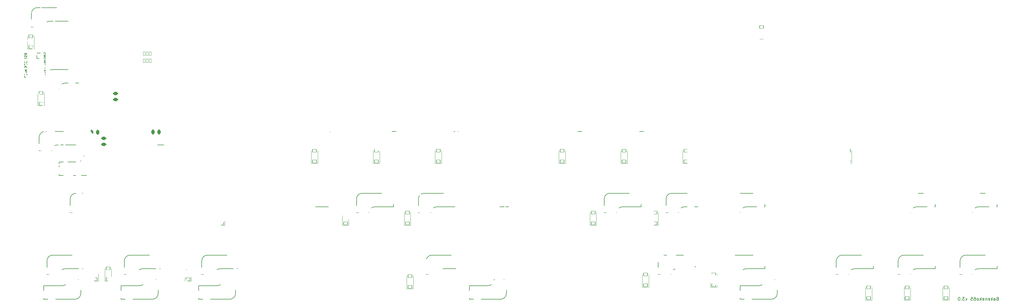
<source format=gbo>
G04 #@! TF.GenerationSoftware,KiCad,Pcbnew,(6.0.1)*
G04 #@! TF.CreationDate,2022-02-17T22:32:39-08:00*
G04 #@! TF.ProjectId,bakeneko-65-pcb,62616b65-6e65-46b6-9f2d-36352d706362,rev?*
G04 #@! TF.SameCoordinates,Original*
G04 #@! TF.FileFunction,Legend,Bot*
G04 #@! TF.FilePolarity,Positive*
%FSLAX46Y46*%
G04 Gerber Fmt 4.6, Leading zero omitted, Abs format (unit mm)*
G04 Created by KiCad (PCBNEW (6.0.1)) date 2022-02-17 22:32:39*
%MOMM*%
%LPD*%
G01*
G04 APERTURE LIST*
G04 Aperture macros list*
%AMRoundRect*
0 Rectangle with rounded corners*
0 $1 Rounding radius*
0 $2 $3 $4 $5 $6 $7 $8 $9 X,Y pos of 4 corners*
0 Add a 4 corners polygon primitive as box body*
4,1,4,$2,$3,$4,$5,$6,$7,$8,$9,$2,$3,0*
0 Add four circle primitives for the rounded corners*
1,1,$1+$1,$2,$3*
1,1,$1+$1,$4,$5*
1,1,$1+$1,$6,$7*
1,1,$1+$1,$8,$9*
0 Add four rect primitives between the rounded corners*
20,1,$1+$1,$2,$3,$4,$5,0*
20,1,$1+$1,$4,$5,$6,$7,0*
20,1,$1+$1,$6,$7,$8,$9,0*
20,1,$1+$1,$8,$9,$2,$3,0*%
%AMFreePoly0*
4,1,59,3.278779,2.028406,3.282808,2.027442,3.282605,2.026594,3.294134,2.026594,3.304789,2.022180,3.316000,2.019497,3.325327,2.012730,3.325660,2.013535,3.329487,2.011950,3.337641,2.003796,3.346976,1.997024,3.349143,1.993493,3.348401,1.993038,3.356548,1.984891,3.360961,1.974239,3.366993,1.964410,3.368805,1.953025,3.369610,1.953359,3.371195,1.949532,3.375000,1.930400,
3.375000,-1.930400,3.371195,-1.949532,3.369610,-1.953359,3.368805,-1.953025,3.366993,-1.964410,3.360961,-1.974239,3.356548,-1.984891,3.348401,-1.993038,3.349143,-1.993493,3.346976,-1.997024,3.337641,-2.003796,3.329487,-2.011950,3.325660,-2.013535,3.325327,-2.012730,3.316000,-2.019497,3.304789,-2.022180,3.294134,-2.026594,3.282605,-2.026594,3.282808,-2.027442,3.278779,-2.028406,
3.259288,-2.029158,-1.211112,-1.317958,-1.229410,-1.311193,-1.239239,-1.305161,-1.249891,-1.300748,-1.250639,-1.300000,-1.275000,-1.300000,-1.310355,-1.285355,-1.325000,-1.250000,-1.325000,1.250000,-1.310355,1.285355,-1.275000,1.300000,-1.250639,1.300000,-1.249891,1.300748,-1.239239,1.305161,-1.229410,1.311193,-1.211112,1.317958,3.259288,2.029158,3.278779,2.028406,3.278779,2.028406,
$1*%
%AMFreePoly1*
4,1,59,1.234912,1.317958,1.253212,1.311192,1.263038,1.305161,1.273689,1.300749,1.274438,1.300000,1.275000,1.300000,1.310355,1.285355,1.325000,1.250000,1.325000,-1.250000,1.310355,-1.285355,1.275000,-1.300000,1.274438,-1.300000,1.273689,-1.300749,1.263038,-1.305161,1.253212,-1.311192,1.234912,-1.317958,-3.235488,-2.029158,-3.254979,-2.028406,-3.259008,-2.027442,-3.258805,-2.026594,
-3.270334,-2.026594,-3.280989,-2.022180,-3.292200,-2.019497,-3.301527,-2.012730,-3.301860,-2.013535,-3.305687,-2.011950,-3.313841,-2.003796,-3.323176,-1.997024,-3.325343,-1.993493,-3.324601,-1.993038,-3.332748,-1.984891,-3.337161,-1.974239,-3.343193,-1.964410,-3.345005,-1.953025,-3.345810,-1.953359,-3.347395,-1.949532,-3.351200,-1.930400,-3.351200,1.930400,-3.347395,1.949532,-3.345810,1.953359,
-3.345005,1.953025,-3.343193,1.964410,-3.337161,1.974239,-3.332748,1.984891,-3.324601,1.993038,-3.325343,1.993493,-3.323176,1.997024,-3.313841,2.003796,-3.305687,2.011950,-3.301860,2.013535,-3.301527,2.012730,-3.292200,2.019497,-3.280989,2.022180,-3.270334,2.026594,-3.258805,2.026594,-3.259008,2.027442,-3.254979,2.028406,-3.235488,2.029158,1.234912,1.317958,1.234912,1.317958,
$1*%
G04 Aperture macros list end*
%ADD10C,0.150000*%
%ADD11C,0.120000*%
%ADD12RoundRect,0.300000X-0.375000X-0.625000X0.375000X-0.625000X0.375000X0.625000X-0.375000X0.625000X0*%
%ADD13RoundRect,0.200000X-0.625000X0.150000X-0.625000X-0.150000X0.625000X-0.150000X0.625000X0.150000X0*%
%ADD14RoundRect,0.300000X-0.650000X0.350000X-0.650000X-0.350000X0.650000X-0.350000X0.650000X0.350000X0*%
%ADD15O,1.800000X1.800000*%
%ADD16RoundRect,0.050000X0.850000X0.850000X-0.850000X0.850000X-0.850000X-0.850000X0.850000X-0.850000X0*%
%ADD17RoundRect,0.293750X-0.243750X-0.456250X0.243750X-0.456250X0.243750X0.456250X-0.243750X0.456250X0*%
%ADD18RoundRect,0.050000X-0.850000X-0.500000X0.850000X-0.500000X0.850000X0.500000X-0.850000X0.500000X0*%
%ADD19RoundRect,0.293750X0.243750X0.456250X-0.243750X0.456250X-0.243750X-0.456250X0.243750X-0.456250X0*%
%ADD20RoundRect,0.293750X0.456250X-0.243750X0.456250X0.243750X-0.456250X0.243750X-0.456250X-0.243750X0*%
%ADD21RoundRect,0.112500X-0.062500X0.475000X-0.062500X-0.475000X0.062500X-0.475000X0.062500X0.475000X0*%
%ADD22RoundRect,0.112500X-0.475000X0.062500X-0.475000X-0.062500X0.475000X-0.062500X0.475000X0.062500X0*%
%ADD23RoundRect,0.050000X-2.600000X2.600000X-2.600000X-2.600000X2.600000X-2.600000X2.600000X2.600000X0*%
%ADD24RoundRect,0.050000X0.700000X0.600000X-0.700000X0.600000X-0.700000X-0.600000X0.700000X-0.600000X0*%
%ADD25RoundRect,0.293750X-0.456250X0.243750X-0.456250X-0.243750X0.456250X-0.243750X0.456250X0.243750X0*%
%ADD26RoundRect,0.050000X0.600000X-0.450000X0.600000X0.450000X-0.600000X0.450000X-0.600000X-0.450000X0*%
%ADD27C,1.850000*%
%ADD28C,4.087800*%
%ADD29C,4.100000*%
%ADD30FreePoly0,0.000000*%
%ADD31FreePoly1,0.000000*%
%ADD32FreePoly0,180.000000*%
%ADD33FreePoly1,180.000000*%
%ADD34C,3.148000*%
%ADD35RoundRect,0.050000X0.325000X-0.530000X0.325000X0.530000X-0.325000X0.530000X-0.325000X-0.530000X0*%
G04 APERTURE END LIST*
D10*
X299822619Y-91836072D02*
X299679762Y-91883691D01*
X299632143Y-91931310D01*
X299584524Y-92026548D01*
X299584524Y-92169405D01*
X299632143Y-92264643D01*
X299679762Y-92312262D01*
X299775000Y-92359881D01*
X300155953Y-92359881D01*
X300155953Y-91359881D01*
X299822619Y-91359881D01*
X299727381Y-91407501D01*
X299679762Y-91455120D01*
X299632143Y-91550358D01*
X299632143Y-91645596D01*
X299679762Y-91740834D01*
X299727381Y-91788453D01*
X299822619Y-91836072D01*
X300155953Y-91836072D01*
X298727381Y-92359881D02*
X298727381Y-91836072D01*
X298775000Y-91740834D01*
X298870238Y-91693215D01*
X299060715Y-91693215D01*
X299155953Y-91740834D01*
X298727381Y-92312262D02*
X298822619Y-92359881D01*
X299060715Y-92359881D01*
X299155953Y-92312262D01*
X299203572Y-92217024D01*
X299203572Y-92121786D01*
X299155953Y-92026548D01*
X299060715Y-91978929D01*
X298822619Y-91978929D01*
X298727381Y-91931310D01*
X298251191Y-92359881D02*
X298251191Y-91359881D01*
X298155953Y-91978929D02*
X297870238Y-92359881D01*
X297870238Y-91693215D02*
X298251191Y-92074167D01*
X297060715Y-92312262D02*
X297155953Y-92359881D01*
X297346429Y-92359881D01*
X297441667Y-92312262D01*
X297489286Y-92217024D01*
X297489286Y-91836072D01*
X297441667Y-91740834D01*
X297346429Y-91693215D01*
X297155953Y-91693215D01*
X297060715Y-91740834D01*
X297013096Y-91836072D01*
X297013096Y-91931310D01*
X297489286Y-92026548D01*
X296584524Y-91693215D02*
X296584524Y-92359881D01*
X296584524Y-91788453D02*
X296536905Y-91740834D01*
X296441667Y-91693215D01*
X296298810Y-91693215D01*
X296203572Y-91740834D01*
X296155953Y-91836072D01*
X296155953Y-92359881D01*
X295298810Y-92312262D02*
X295394048Y-92359881D01*
X295584524Y-92359881D01*
X295679762Y-92312262D01*
X295727381Y-92217024D01*
X295727381Y-91836072D01*
X295679762Y-91740834D01*
X295584524Y-91693215D01*
X295394048Y-91693215D01*
X295298810Y-91740834D01*
X295251191Y-91836072D01*
X295251191Y-91931310D01*
X295727381Y-92026548D01*
X294822619Y-92359881D02*
X294822619Y-91359881D01*
X294727381Y-91978929D02*
X294441667Y-92359881D01*
X294441667Y-91693215D02*
X294822619Y-92074167D01*
X293870238Y-92359881D02*
X293965477Y-92312262D01*
X294013096Y-92264643D01*
X294060715Y-92169405D01*
X294060715Y-91883691D01*
X294013096Y-91788453D01*
X293965477Y-91740834D01*
X293870238Y-91693215D01*
X293727381Y-91693215D01*
X293632143Y-91740834D01*
X293584524Y-91788453D01*
X293536905Y-91883691D01*
X293536905Y-92169405D01*
X293584524Y-92264643D01*
X293632143Y-92312262D01*
X293727381Y-92359881D01*
X293870238Y-92359881D01*
X292679762Y-91359881D02*
X292870238Y-91359881D01*
X292965477Y-91407501D01*
X293013096Y-91455120D01*
X293108334Y-91597977D01*
X293155953Y-91788453D01*
X293155953Y-92169405D01*
X293108334Y-92264643D01*
X293060715Y-92312262D01*
X292965477Y-92359881D01*
X292775000Y-92359881D01*
X292679762Y-92312262D01*
X292632143Y-92264643D01*
X292584524Y-92169405D01*
X292584524Y-91931310D01*
X292632143Y-91836072D01*
X292679762Y-91788453D01*
X292775000Y-91740834D01*
X292965477Y-91740834D01*
X293060715Y-91788453D01*
X293108334Y-91836072D01*
X293155953Y-91931310D01*
X291679762Y-91359881D02*
X292155953Y-91359881D01*
X292203572Y-91836072D01*
X292155953Y-91788453D01*
X292060715Y-91740834D01*
X291822619Y-91740834D01*
X291727381Y-91788453D01*
X291679762Y-91836072D01*
X291632143Y-91931310D01*
X291632143Y-92169405D01*
X291679762Y-92264643D01*
X291727381Y-92312262D01*
X291822619Y-92359881D01*
X292060715Y-92359881D01*
X292155953Y-92312262D01*
X292203572Y-92264643D01*
X290536905Y-91693215D02*
X290298810Y-92359881D01*
X290060715Y-91693215D01*
X289775000Y-91359881D02*
X289155953Y-91359881D01*
X289489286Y-91740834D01*
X289346429Y-91740834D01*
X289251191Y-91788453D01*
X289203572Y-91836072D01*
X289155953Y-91931310D01*
X289155953Y-92169405D01*
X289203572Y-92264643D01*
X289251191Y-92312262D01*
X289346429Y-92359881D01*
X289632143Y-92359881D01*
X289727381Y-92312262D01*
X289775000Y-92264643D01*
X288727381Y-92264643D02*
X288679762Y-92312262D01*
X288727381Y-92359881D01*
X288775000Y-92312262D01*
X288727381Y-92264643D01*
X288727381Y-92359881D01*
X288060715Y-91359881D02*
X287965477Y-91359881D01*
X287870238Y-91407501D01*
X287822619Y-91455120D01*
X287775000Y-91550358D01*
X287727381Y-91740834D01*
X287727381Y-91978929D01*
X287775000Y-92169405D01*
X287822619Y-92264643D01*
X287870238Y-92312262D01*
X287965477Y-92359881D01*
X288060715Y-92359881D01*
X288155953Y-92312262D01*
X288203572Y-92264643D01*
X288251191Y-92169405D01*
X288298810Y-91978929D01*
X288298810Y-91740834D01*
X288251191Y-91550358D01*
X288203572Y-91455120D01*
X288155953Y-91407501D01*
X288060715Y-91359881D01*
X25043333Y-18868571D02*
X25376666Y-18868571D01*
X25376666Y-19392380D02*
X25376666Y-18392380D01*
X24900476Y-18392380D01*
X23995714Y-19392380D02*
X24567142Y-19392380D01*
X24281428Y-19392380D02*
X24281428Y-18392380D01*
X24376666Y-18535238D01*
X24471904Y-18630476D01*
X24567142Y-18678095D01*
X61522380Y-17170416D02*
X62236666Y-17170416D01*
X62379523Y-17122797D01*
X62474761Y-17027559D01*
X62522380Y-16884702D01*
X62522380Y-16789464D01*
X62522380Y-18170416D02*
X62522380Y-17598988D01*
X62522380Y-17884702D02*
X61522380Y-17884702D01*
X61665238Y-17789464D01*
X61760476Y-17694226D01*
X61808095Y-17598988D01*
X1239285Y-16704642D02*
X882142Y-16454642D01*
X1239285Y-16276071D02*
X489285Y-16276071D01*
X489285Y-16561785D01*
X525000Y-16633214D01*
X560714Y-16668928D01*
X632142Y-16704642D01*
X739285Y-16704642D01*
X810714Y-16668928D01*
X846428Y-16633214D01*
X882142Y-16561785D01*
X882142Y-16276071D01*
X1203571Y-16990357D02*
X1239285Y-17097500D01*
X1239285Y-17276071D01*
X1203571Y-17347500D01*
X1167857Y-17383214D01*
X1096428Y-17418928D01*
X1024999Y-17418928D01*
X953571Y-17383214D01*
X917857Y-17347500D01*
X882142Y-17276071D01*
X846428Y-17133214D01*
X810714Y-17061785D01*
X775000Y-17026071D01*
X703571Y-16990357D01*
X632142Y-16990357D01*
X560714Y-17026071D01*
X525000Y-17061785D01*
X489285Y-17133214D01*
X489285Y-17311785D01*
X525000Y-17418928D01*
X489285Y-17633214D02*
X489285Y-18061785D01*
X1239285Y-17847500D02*
X489285Y-17847500D01*
X7039285Y-18466785D02*
X6289285Y-18466785D01*
X6825000Y-18716785D01*
X6289285Y-18966785D01*
X7039285Y-18966785D01*
X6289285Y-19466785D02*
X6289285Y-19609642D01*
X6325000Y-19681071D01*
X6396428Y-19752500D01*
X6539285Y-19788214D01*
X6789285Y-19788214D01*
X6932142Y-19752500D01*
X7003571Y-19681071D01*
X7039285Y-19609642D01*
X7039285Y-19466785D01*
X7003571Y-19395357D01*
X6932142Y-19323928D01*
X6789285Y-19288214D01*
X6539285Y-19288214D01*
X6396428Y-19323928D01*
X6325000Y-19395357D01*
X6289285Y-19466785D01*
X7003571Y-20073928D02*
X7039285Y-20181071D01*
X7039285Y-20359642D01*
X7003571Y-20431071D01*
X6967857Y-20466785D01*
X6896428Y-20502500D01*
X6825000Y-20502500D01*
X6753571Y-20466785D01*
X6717857Y-20431071D01*
X6682142Y-20359642D01*
X6646428Y-20216785D01*
X6610714Y-20145357D01*
X6575000Y-20109642D01*
X6503571Y-20073928D01*
X6432142Y-20073928D01*
X6360714Y-20109642D01*
X6325000Y-20145357D01*
X6289285Y-20216785D01*
X6289285Y-20395357D01*
X6325000Y-20502500D01*
X7039285Y-20823928D02*
X6289285Y-20823928D01*
X6325000Y-16488214D02*
X6289285Y-16416785D01*
X6289285Y-16309642D01*
X6325000Y-16202500D01*
X6396428Y-16131071D01*
X6467857Y-16095357D01*
X6610714Y-16059642D01*
X6717857Y-16059642D01*
X6860714Y-16095357D01*
X6932142Y-16131071D01*
X7003571Y-16202500D01*
X7039285Y-16309642D01*
X7039285Y-16381071D01*
X7003571Y-16488214D01*
X6967857Y-16523928D01*
X6717857Y-16523928D01*
X6717857Y-16381071D01*
X7039285Y-16845357D02*
X6289285Y-16845357D01*
X7039285Y-17273928D01*
X6289285Y-17273928D01*
X7039285Y-17631071D02*
X6289285Y-17631071D01*
X6289285Y-17809642D01*
X6325000Y-17916785D01*
X6396428Y-17988214D01*
X6467857Y-18023928D01*
X6610714Y-18059642D01*
X6717857Y-18059642D01*
X6860714Y-18023928D01*
X6932142Y-17988214D01*
X7003571Y-17916785D01*
X7039285Y-17809642D01*
X7039285Y-17631071D01*
X1239285Y-21376071D02*
X489285Y-21376071D01*
X1025000Y-21626071D01*
X489285Y-21876071D01*
X1239285Y-21876071D01*
X1239285Y-22233214D02*
X489285Y-22233214D01*
X1203571Y-22554642D02*
X1239285Y-22661785D01*
X1239285Y-22840357D01*
X1203571Y-22911785D01*
X1167857Y-22947500D01*
X1096428Y-22983214D01*
X1024999Y-22983214D01*
X953571Y-22947500D01*
X917857Y-22911785D01*
X882142Y-22840357D01*
X846428Y-22697500D01*
X810714Y-22626071D01*
X774999Y-22590357D01*
X703571Y-22554642D01*
X632142Y-22554642D01*
X560714Y-22590357D01*
X524999Y-22626071D01*
X489285Y-22697500D01*
X489285Y-22876071D01*
X524999Y-22983214D01*
X489285Y-23447500D02*
X489285Y-23590357D01*
X524999Y-23661785D01*
X596428Y-23733214D01*
X739285Y-23768928D01*
X989285Y-23768928D01*
X1132142Y-23733214D01*
X1203571Y-23661785D01*
X1239285Y-23590357D01*
X1239285Y-23447500D01*
X1203571Y-23376071D01*
X1132142Y-23304642D01*
X989285Y-23268928D01*
X739285Y-23268928D01*
X596428Y-23304642D01*
X524999Y-23376071D01*
X489285Y-23447500D01*
X1203571Y-18740357D02*
X1239285Y-18847500D01*
X1239285Y-19026071D01*
X1203571Y-19097500D01*
X1167857Y-19133214D01*
X1096428Y-19168928D01*
X1025000Y-19168928D01*
X953571Y-19133214D01*
X917857Y-19097500D01*
X882142Y-19026071D01*
X846428Y-18883214D01*
X810714Y-18811785D01*
X775000Y-18776071D01*
X703571Y-18740357D01*
X632142Y-18740357D01*
X560714Y-18776071D01*
X525000Y-18811785D01*
X489285Y-18883214D01*
X489285Y-19061785D01*
X525000Y-19168928D01*
X1167857Y-19918928D02*
X1203571Y-19883214D01*
X1239285Y-19776071D01*
X1239285Y-19704642D01*
X1203571Y-19597500D01*
X1132142Y-19526071D01*
X1060714Y-19490357D01*
X917857Y-19454642D01*
X810714Y-19454642D01*
X667857Y-19490357D01*
X596428Y-19526071D01*
X525000Y-19597500D01*
X489285Y-19704642D01*
X489285Y-19776071D01*
X525000Y-19883214D01*
X560714Y-19918928D01*
X1239285Y-20240357D02*
X489285Y-20240357D01*
X1239285Y-20668928D02*
X810714Y-20347500D01*
X489285Y-20668928D02*
X917857Y-20240357D01*
X6289285Y-21331071D02*
X7039285Y-21581071D01*
X6289285Y-21831071D01*
X6967857Y-22509642D02*
X7003571Y-22473928D01*
X7039285Y-22366785D01*
X7039285Y-22295357D01*
X7003571Y-22188214D01*
X6932142Y-22116785D01*
X6860714Y-22081071D01*
X6717857Y-22045357D01*
X6610714Y-22045357D01*
X6467857Y-22081071D01*
X6396428Y-22116785D01*
X6325000Y-22188214D01*
X6289285Y-22295357D01*
X6289285Y-22366785D01*
X6325000Y-22473928D01*
X6360714Y-22509642D01*
X6967857Y-23259642D02*
X7003571Y-23223928D01*
X7039285Y-23116785D01*
X7039285Y-23045357D01*
X7003571Y-22938214D01*
X6932142Y-22866785D01*
X6860714Y-22831071D01*
X6717857Y-22795357D01*
X6610714Y-22795357D01*
X6467857Y-22831071D01*
X6396428Y-22866785D01*
X6325000Y-22938214D01*
X6289285Y-23045357D01*
X6289285Y-23116785D01*
X6325000Y-23223928D01*
X6360714Y-23259642D01*
X32506666Y-20856130D02*
X32840000Y-20379940D01*
X33078095Y-20856130D02*
X33078095Y-19856130D01*
X32697142Y-19856130D01*
X32601904Y-19903750D01*
X32554285Y-19951369D01*
X32506666Y-20046607D01*
X32506666Y-20189464D01*
X32554285Y-20284702D01*
X32601904Y-20332321D01*
X32697142Y-20379940D01*
X33078095Y-20379940D01*
X32125714Y-19951369D02*
X32078095Y-19903750D01*
X31982857Y-19856130D01*
X31744761Y-19856130D01*
X31649523Y-19903750D01*
X31601904Y-19951369D01*
X31554285Y-20046607D01*
X31554285Y-20141845D01*
X31601904Y-20284702D01*
X32173333Y-20856130D01*
X31554285Y-20856130D01*
X32556666Y-15122380D02*
X32890000Y-14646190D01*
X33128095Y-15122380D02*
X33128095Y-14122380D01*
X32747142Y-14122380D01*
X32651904Y-14170000D01*
X32604285Y-14217619D01*
X32556666Y-14312857D01*
X32556666Y-14455714D01*
X32604285Y-14550952D01*
X32651904Y-14598571D01*
X32747142Y-14646190D01*
X33128095Y-14646190D01*
X32223333Y-14122380D02*
X31604285Y-14122380D01*
X31937619Y-14503333D01*
X31794761Y-14503333D01*
X31699523Y-14550952D01*
X31651904Y-14598571D01*
X31604285Y-14693809D01*
X31604285Y-14931904D01*
X31651904Y-15027142D01*
X31699523Y-15074761D01*
X31794761Y-15122380D01*
X32080476Y-15122380D01*
X32175714Y-15074761D01*
X32223333Y-15027142D01*
X56577083Y-39639761D02*
X56434226Y-39687380D01*
X56196130Y-39687380D01*
X56100892Y-39639761D01*
X56053273Y-39592142D01*
X56005654Y-39496904D01*
X56005654Y-39401666D01*
X56053273Y-39306428D01*
X56100892Y-39258809D01*
X56196130Y-39211190D01*
X56386607Y-39163571D01*
X56481845Y-39115952D01*
X56529464Y-39068333D01*
X56577083Y-38973095D01*
X56577083Y-38877857D01*
X56529464Y-38782619D01*
X56481845Y-38735000D01*
X56386607Y-38687380D01*
X56148511Y-38687380D01*
X56005654Y-38735000D01*
X55672321Y-38687380D02*
X55434226Y-39687380D01*
X55243750Y-38973095D01*
X55053273Y-39687380D01*
X54815178Y-38687380D01*
X53910416Y-39687380D02*
X54481845Y-39687380D01*
X54196130Y-39687380D02*
X54196130Y-38687380D01*
X54291369Y-38830238D01*
X54386607Y-38925476D01*
X54481845Y-38973095D01*
X43902916Y-35188392D02*
X43950535Y-35236011D01*
X44093392Y-35283630D01*
X44188630Y-35283630D01*
X44331488Y-35236011D01*
X44426726Y-35140773D01*
X44474345Y-35045535D01*
X44521964Y-34855059D01*
X44521964Y-34712202D01*
X44474345Y-34521726D01*
X44426726Y-34426488D01*
X44331488Y-34331250D01*
X44188630Y-34283630D01*
X44093392Y-34283630D01*
X43950535Y-34331250D01*
X43902916Y-34378869D01*
X42998154Y-34283630D02*
X43474345Y-34283630D01*
X43521964Y-34759821D01*
X43474345Y-34712202D01*
X43379107Y-34664583D01*
X43141011Y-34664583D01*
X43045773Y-34712202D01*
X42998154Y-34759821D01*
X42950535Y-34855059D01*
X42950535Y-35093154D01*
X42998154Y-35188392D01*
X43045773Y-35236011D01*
X43141011Y-35283630D01*
X43379107Y-35283630D01*
X43474345Y-35236011D01*
X43521964Y-35188392D01*
X23290416Y-27457142D02*
X23338035Y-27504761D01*
X23480892Y-27552380D01*
X23576130Y-27552380D01*
X23718988Y-27504761D01*
X23814226Y-27409523D01*
X23861845Y-27314285D01*
X23909464Y-27123809D01*
X23909464Y-26980952D01*
X23861845Y-26790476D01*
X23814226Y-26695238D01*
X23718988Y-26600000D01*
X23576130Y-26552380D01*
X23480892Y-26552380D01*
X23338035Y-26600000D01*
X23290416Y-26647619D01*
X22433273Y-26885714D02*
X22433273Y-27552380D01*
X22671369Y-26504761D02*
X22909464Y-27219047D01*
X22290416Y-27219047D01*
X33707142Y-43833333D02*
X33754761Y-43785714D01*
X33802380Y-43642857D01*
X33802380Y-43547619D01*
X33754761Y-43404761D01*
X33659523Y-43309523D01*
X33564285Y-43261904D01*
X33373809Y-43214285D01*
X33230952Y-43214285D01*
X33040476Y-43261904D01*
X32945238Y-43309523D01*
X32850000Y-43404761D01*
X32802380Y-43547619D01*
X32802380Y-43642857D01*
X32850000Y-43785714D01*
X32897619Y-43833333D01*
X32802380Y-44166666D02*
X32802380Y-44785714D01*
X33183333Y-44452380D01*
X33183333Y-44595238D01*
X33230952Y-44690476D01*
X33278571Y-44738095D01*
X33373809Y-44785714D01*
X33611904Y-44785714D01*
X33707142Y-44738095D01*
X33754761Y-44690476D01*
X33802380Y-44595238D01*
X33802380Y-44309523D01*
X33754761Y-44214285D01*
X33707142Y-44166666D01*
X23186130Y-36996845D02*
X23995654Y-36996845D01*
X24090892Y-37044464D01*
X24138511Y-37092083D01*
X24186130Y-37187321D01*
X24186130Y-37377797D01*
X24138511Y-37473035D01*
X24090892Y-37520654D01*
X23995654Y-37568273D01*
X23186130Y-37568273D01*
X23281369Y-37996845D02*
X23233750Y-38044464D01*
X23186130Y-38139702D01*
X23186130Y-38377797D01*
X23233750Y-38473035D01*
X23281369Y-38520654D01*
X23376607Y-38568273D01*
X23471845Y-38568273D01*
X23614702Y-38520654D01*
X24186130Y-37949226D01*
X24186130Y-38568273D01*
X44097440Y-37157559D02*
X44573630Y-37157559D01*
X43573630Y-36824226D02*
X44097440Y-37157559D01*
X43573630Y-37490892D01*
X44573630Y-38348035D02*
X44573630Y-37776607D01*
X44573630Y-38062321D02*
X43573630Y-38062321D01*
X43716488Y-37967083D01*
X43811726Y-37871845D01*
X43859345Y-37776607D01*
X35495892Y-31319583D02*
X35543511Y-31271964D01*
X35591130Y-31129107D01*
X35591130Y-31033869D01*
X35543511Y-30891011D01*
X35448273Y-30795773D01*
X35353035Y-30748154D01*
X35162559Y-30700535D01*
X35019702Y-30700535D01*
X34829226Y-30748154D01*
X34733988Y-30795773D01*
X34638750Y-30891011D01*
X34591130Y-31033869D01*
X34591130Y-31129107D01*
X34638750Y-31271964D01*
X34686369Y-31319583D01*
X35591130Y-32271964D02*
X35591130Y-31700535D01*
X35591130Y-31986250D02*
X34591130Y-31986250D01*
X34733988Y-31891011D01*
X34829226Y-31795773D01*
X34876845Y-31700535D01*
X50173630Y-31677083D02*
X49697440Y-31343750D01*
X50173630Y-31105654D02*
X49173630Y-31105654D01*
X49173630Y-31486607D01*
X49221250Y-31581845D01*
X49268869Y-31629464D01*
X49364107Y-31677083D01*
X49506964Y-31677083D01*
X49602202Y-31629464D01*
X49649821Y-31581845D01*
X49697440Y-31486607D01*
X49697440Y-31105654D01*
X50173630Y-32629464D02*
X50173630Y-32058035D01*
X50173630Y-32343750D02*
X49173630Y-32343750D01*
X49316488Y-32248511D01*
X49411726Y-32153273D01*
X49459345Y-32058035D01*
X27207142Y-29433333D02*
X27254761Y-29385714D01*
X27302380Y-29242857D01*
X27302380Y-29147619D01*
X27254761Y-29004761D01*
X27159523Y-28909523D01*
X27064285Y-28861904D01*
X26873809Y-28814285D01*
X26730952Y-28814285D01*
X26540476Y-28861904D01*
X26445238Y-28909523D01*
X26350000Y-29004761D01*
X26302380Y-29147619D01*
X26302380Y-29242857D01*
X26350000Y-29385714D01*
X26397619Y-29433333D01*
X26302380Y-29766666D02*
X26302380Y-30433333D01*
X27302380Y-30004761D01*
X43902916Y-40788392D02*
X43950535Y-40836011D01*
X44093392Y-40883630D01*
X44188630Y-40883630D01*
X44331488Y-40836011D01*
X44426726Y-40740773D01*
X44474345Y-40645535D01*
X44521964Y-40455059D01*
X44521964Y-40312202D01*
X44474345Y-40121726D01*
X44426726Y-40026488D01*
X44331488Y-39931250D01*
X44188630Y-39883630D01*
X44093392Y-39883630D01*
X43950535Y-39931250D01*
X43902916Y-39978869D01*
X43045773Y-39883630D02*
X43236250Y-39883630D01*
X43331488Y-39931250D01*
X43379107Y-39978869D01*
X43474345Y-40121726D01*
X43521964Y-40312202D01*
X43521964Y-40693154D01*
X43474345Y-40788392D01*
X43426726Y-40836011D01*
X43331488Y-40883630D01*
X43141011Y-40883630D01*
X43045773Y-40836011D01*
X42998154Y-40788392D01*
X42950535Y-40693154D01*
X42950535Y-40455059D01*
X42998154Y-40359821D01*
X43045773Y-40312202D01*
X43141011Y-40264583D01*
X43331488Y-40264583D01*
X43426726Y-40312202D01*
X43474345Y-40359821D01*
X43521964Y-40455059D01*
X26952380Y-43183333D02*
X26476190Y-42850000D01*
X26952380Y-42611904D02*
X25952380Y-42611904D01*
X25952380Y-42992857D01*
X26000000Y-43088095D01*
X26047619Y-43135714D01*
X26142857Y-43183333D01*
X26285714Y-43183333D01*
X26380952Y-43135714D01*
X26428571Y-43088095D01*
X26476190Y-42992857D01*
X26476190Y-42611904D01*
X26285714Y-44040476D02*
X26952380Y-44040476D01*
X25904761Y-43802380D02*
X26619047Y-43564285D01*
X26619047Y-44183333D01*
X22216666Y-42557142D02*
X22264285Y-42604761D01*
X22407142Y-42652380D01*
X22502380Y-42652380D01*
X22645238Y-42604761D01*
X22740476Y-42509523D01*
X22788095Y-42414285D01*
X22835714Y-42223809D01*
X22835714Y-42080952D01*
X22788095Y-41890476D01*
X22740476Y-41795238D01*
X22645238Y-41700000D01*
X22502380Y-41652380D01*
X22407142Y-41652380D01*
X22264285Y-41700000D01*
X22216666Y-41747619D01*
X21835714Y-41747619D02*
X21788095Y-41700000D01*
X21692857Y-41652380D01*
X21454761Y-41652380D01*
X21359523Y-41700000D01*
X21311904Y-41747619D01*
X21264285Y-41842857D01*
X21264285Y-41938095D01*
X21311904Y-42080952D01*
X21883333Y-42652380D01*
X21264285Y-42652380D01*
X40576130Y-16741845D02*
X41385654Y-16741845D01*
X41480892Y-16789464D01*
X41528511Y-16837083D01*
X41576130Y-16932321D01*
X41576130Y-17122797D01*
X41528511Y-17218035D01*
X41480892Y-17265654D01*
X41385654Y-17313273D01*
X40576130Y-17313273D01*
X41576130Y-18313273D02*
X41576130Y-17741845D01*
X41576130Y-18027559D02*
X40576130Y-18027559D01*
X40718988Y-17932321D01*
X40814226Y-17837083D01*
X40861845Y-17741845D01*
D11*
X24107936Y-18030000D02*
X25312064Y-18030000D01*
X24107936Y-16210000D02*
X25312064Y-16210000D01*
X64265000Y-15443750D02*
X63275000Y-15443750D01*
X68735000Y-15563750D02*
X68735000Y-19443750D01*
X64265000Y-20613750D02*
X64265000Y-19563750D01*
X64265000Y-14393750D02*
X64265000Y-15443750D01*
X66765000Y-14393750D02*
X64265000Y-14393750D01*
X66765000Y-20613750D02*
X64265000Y-20613750D01*
X32081422Y-18043750D02*
X32598578Y-18043750D01*
X32081422Y-19463750D02*
X32598578Y-19463750D01*
X32081422Y-16963750D02*
X32598578Y-16963750D01*
X32081422Y-15543750D02*
X32598578Y-15543750D01*
X53543750Y-37785000D02*
X53993750Y-38235000D01*
X53993750Y-38235000D02*
X56493750Y-38235000D01*
X57993750Y-36485000D02*
X57993750Y-34485000D01*
X56943750Y-33185000D02*
X56493750Y-32735000D01*
X53543750Y-33185000D02*
X53993750Y-32735000D01*
X53993750Y-32735000D02*
X56493750Y-32735000D01*
X56943750Y-37785000D02*
X56493750Y-38235000D01*
X52493750Y-36485000D02*
X52493750Y-34485000D01*
X41218578Y-34160000D02*
X40701422Y-34160000D01*
X41218578Y-35580000D02*
X40701422Y-35580000D01*
X23382328Y-28040000D02*
X22865172Y-28040000D01*
X23382328Y-29460000D02*
X22865172Y-29460000D01*
X32410000Y-44258578D02*
X32410000Y-43741422D01*
X30990000Y-44258578D02*
X30990000Y-43741422D01*
X24943750Y-34873750D02*
X24943750Y-34148750D01*
X32163750Y-40643750D02*
X32163750Y-41368750D01*
X32163750Y-41368750D02*
X31438750Y-41368750D01*
X32163750Y-34148750D02*
X31438750Y-34148750D01*
X32163750Y-34873750D02*
X32163750Y-34148750D01*
X24943750Y-40643750D02*
X24943750Y-41368750D01*
X24943750Y-41368750D02*
X25668750Y-41368750D01*
X42960000Y-39320000D02*
X38960000Y-39320000D01*
X42960000Y-36020000D02*
X42960000Y-39320000D01*
X34440000Y-33991422D02*
X34440000Y-34508578D01*
X35860000Y-33991422D02*
X35860000Y-34508578D01*
X50420000Y-34261422D02*
X50420000Y-34778578D01*
X49000000Y-34261422D02*
X49000000Y-34778578D01*
X3381250Y-14950000D02*
X1381250Y-14950000D01*
X3381250Y-14950000D02*
X3381250Y-11050000D01*
X1381250Y-14950000D02*
X1381250Y-11050000D01*
X18462500Y-12050000D02*
X16462500Y-12050000D01*
X16462500Y-12050000D02*
X16462500Y-8150000D01*
X18462500Y-12050000D02*
X18462500Y-8150000D01*
X37512500Y-12043750D02*
X37512500Y-8143750D01*
X35512500Y-12043750D02*
X35512500Y-8143750D01*
X37512500Y-12043750D02*
X35512500Y-12043750D01*
X56562500Y-12043750D02*
X54562500Y-12043750D01*
X56562500Y-12043750D02*
X56562500Y-8143750D01*
X54562500Y-12043750D02*
X54562500Y-8143750D01*
X75612500Y-12043750D02*
X73612500Y-12043750D01*
X75612500Y-12043750D02*
X75612500Y-8143750D01*
X73612500Y-12043750D02*
X73612500Y-8143750D01*
X94662500Y-12043750D02*
X94662500Y-8143750D01*
X92662500Y-12043750D02*
X92662500Y-8143750D01*
X94662500Y-12043750D02*
X92662500Y-12043750D01*
X113712500Y-12043750D02*
X111712500Y-12043750D01*
X111712500Y-12043750D02*
X111712500Y-8143750D01*
X113712500Y-12043750D02*
X113712500Y-8143750D01*
X133031250Y-12043750D02*
X131031250Y-12043750D01*
X133031250Y-12043750D02*
X133031250Y-8143750D01*
X131031250Y-12043750D02*
X131031250Y-8143750D01*
X152081250Y-12043750D02*
X152081250Y-8143750D01*
X150081250Y-12043750D02*
X150081250Y-8143750D01*
X152081250Y-12043750D02*
X150081250Y-12043750D01*
X169131250Y-12043750D02*
X169131250Y-8143750D01*
X171131250Y-12043750D02*
X169131250Y-12043750D01*
X171131250Y-12043750D02*
X171131250Y-8143750D01*
X188181250Y-12043750D02*
X188181250Y-8143750D01*
X190181250Y-12043750D02*
X188181250Y-12043750D01*
X190181250Y-12043750D02*
X190181250Y-8143750D01*
X209231250Y-12043750D02*
X209231250Y-8143750D01*
X207231250Y-12043750D02*
X207231250Y-8143750D01*
X209231250Y-12043750D02*
X207231250Y-12043750D01*
X248125000Y-12043750D02*
X248125000Y-8143750D01*
X248125000Y-12043750D02*
X246125000Y-12043750D01*
X246125000Y-12043750D02*
X246125000Y-8143750D01*
X285797500Y-18125000D02*
X285797500Y-14225000D01*
X283797500Y-18125000D02*
X283797500Y-14225000D01*
X285797500Y-18125000D02*
X283797500Y-18125000D01*
X288972500Y-17648750D02*
X286972500Y-17648750D01*
X288972500Y-17648750D02*
X288972500Y-13748750D01*
X286972500Y-17648750D02*
X286972500Y-13748750D01*
X6556250Y-32412500D02*
X4556250Y-32412500D01*
X4556250Y-32412500D02*
X4556250Y-28512500D01*
X6556250Y-32412500D02*
X6556250Y-28512500D01*
X68750000Y-32500000D02*
X68750000Y-28600000D01*
X66750000Y-32500000D02*
X66750000Y-28600000D01*
X68750000Y-32500000D02*
X66750000Y-32500000D01*
X65562500Y-31093750D02*
X65562500Y-27193750D01*
X65562500Y-31093750D02*
X63562500Y-31093750D01*
X63562500Y-31093750D02*
X63562500Y-27193750D01*
X84612500Y-31093750D02*
X82612500Y-31093750D01*
X82612500Y-31093750D02*
X82612500Y-27193750D01*
X84612500Y-31093750D02*
X84612500Y-27193750D01*
X85750000Y-32250000D02*
X85750000Y-28350000D01*
X87750000Y-32250000D02*
X87750000Y-28350000D01*
X87750000Y-32250000D02*
X85750000Y-32250000D01*
X104981250Y-31093750D02*
X102981250Y-31093750D01*
X102981250Y-31093750D02*
X102981250Y-27193750D01*
X104981250Y-31093750D02*
X104981250Y-27193750D01*
X124031250Y-31093750D02*
X124031250Y-27193750D01*
X122031250Y-31093750D02*
X122031250Y-27193750D01*
X124031250Y-31093750D02*
X122031250Y-31093750D01*
X143081250Y-31093750D02*
X143081250Y-27193750D01*
X141081250Y-31093750D02*
X141081250Y-27193750D01*
X143081250Y-31093750D02*
X141081250Y-31093750D01*
X160131250Y-31093750D02*
X160131250Y-27193750D01*
X162131250Y-31093750D02*
X160131250Y-31093750D01*
X162131250Y-31093750D02*
X162131250Y-27193750D01*
X181181250Y-31093750D02*
X179181250Y-31093750D01*
X179181250Y-31093750D02*
X179181250Y-27193750D01*
X181181250Y-31093750D02*
X181181250Y-27193750D01*
X198231250Y-31093750D02*
X198231250Y-27193750D01*
X200231250Y-31093750D02*
X200231250Y-27193750D01*
X200231250Y-31093750D02*
X198231250Y-31093750D01*
X219281250Y-31093750D02*
X219281250Y-27193750D01*
X219281250Y-31093750D02*
X217281250Y-31093750D01*
X217281250Y-31093750D02*
X217281250Y-27193750D01*
X238331250Y-31093750D02*
X238331250Y-27193750D01*
X236331250Y-31093750D02*
X236331250Y-27193750D01*
X238331250Y-31093750D02*
X236331250Y-31093750D01*
X260143750Y-31093750D02*
X260143750Y-27193750D01*
X262143750Y-31093750D02*
X260143750Y-31093750D01*
X262143750Y-31093750D02*
X262143750Y-27193750D01*
X285956250Y-31093750D02*
X285956250Y-27193750D01*
X285956250Y-31093750D02*
X283956250Y-31093750D01*
X283956250Y-31093750D02*
X283956250Y-27193750D01*
X27193750Y-53050000D02*
X25193750Y-53050000D01*
X25193750Y-53050000D02*
X25193750Y-49150000D01*
X27193750Y-53050000D02*
X27193750Y-49150000D01*
X49275000Y-50143750D02*
X49275000Y-46243750D01*
X51275000Y-50143750D02*
X51275000Y-46243750D01*
X51275000Y-50143750D02*
X49275000Y-50143750D01*
X52450000Y-51500000D02*
X52450000Y-47600000D01*
X54450000Y-51500000D02*
X52450000Y-51500000D01*
X54450000Y-51500000D02*
X54450000Y-47600000D01*
X71643750Y-50143750D02*
X71643750Y-46243750D01*
X69643750Y-50143750D02*
X69643750Y-46243750D01*
X71643750Y-50143750D02*
X69643750Y-50143750D01*
X109743750Y-50143750D02*
X107743750Y-50143750D01*
X107743750Y-50143750D02*
X107743750Y-46243750D01*
X109743750Y-50143750D02*
X109743750Y-46243750D01*
X128793750Y-50143750D02*
X128793750Y-46243750D01*
X128793750Y-50143750D02*
X126793750Y-50143750D01*
X126793750Y-50143750D02*
X126793750Y-46243750D01*
X147843750Y-50143750D02*
X145843750Y-50143750D01*
X147843750Y-50143750D02*
X147843750Y-46243750D01*
X145843750Y-50143750D02*
X145843750Y-46243750D01*
X164893750Y-50143750D02*
X164893750Y-46243750D01*
X166893750Y-50143750D02*
X166893750Y-46243750D01*
X166893750Y-50143750D02*
X164893750Y-50143750D01*
X185943750Y-50143750D02*
X183943750Y-50143750D01*
X185943750Y-50143750D02*
X185943750Y-46243750D01*
X183943750Y-50143750D02*
X183943750Y-46243750D01*
X204993750Y-50143750D02*
X204993750Y-46243750D01*
X204993750Y-50143750D02*
X202993750Y-50143750D01*
X202993750Y-50143750D02*
X202993750Y-46243750D01*
X224043750Y-50143750D02*
X224043750Y-46243750D01*
X224043750Y-50143750D02*
X222043750Y-50143750D01*
X222043750Y-50143750D02*
X222043750Y-46243750D01*
X253000000Y-50143750D02*
X253000000Y-46243750D01*
X255000000Y-50143750D02*
X253000000Y-50143750D01*
X255000000Y-50143750D02*
X255000000Y-46243750D01*
X283956250Y-50143750D02*
X283956250Y-46243750D01*
X285956250Y-50143750D02*
X283956250Y-50143750D01*
X285956250Y-50143750D02*
X285956250Y-46243750D01*
X27843750Y-69193750D02*
X27843750Y-65293750D01*
X29843750Y-69193750D02*
X27843750Y-69193750D01*
X29843750Y-69193750D02*
X29843750Y-65293750D01*
X41068750Y-69193750D02*
X41068750Y-65293750D01*
X43068750Y-69193750D02*
X41068750Y-69193750D01*
X43068750Y-69193750D02*
X43068750Y-65293750D01*
X62118750Y-69193750D02*
X62118750Y-65293750D01*
X60118750Y-69193750D02*
X60118750Y-65293750D01*
X62118750Y-69193750D02*
X60118750Y-69193750D01*
X81168750Y-69193750D02*
X79168750Y-69193750D01*
X79168750Y-69193750D02*
X79168750Y-65293750D01*
X81168750Y-69193750D02*
X81168750Y-65293750D01*
X100218750Y-69193750D02*
X98218750Y-69193750D01*
X98218750Y-69193750D02*
X98218750Y-65293750D01*
X100218750Y-69193750D02*
X100218750Y-65293750D01*
X119268750Y-69193750D02*
X119268750Y-65293750D01*
X119268750Y-69193750D02*
X117268750Y-69193750D01*
X117268750Y-69193750D02*
X117268750Y-65293750D01*
X138318750Y-69193750D02*
X136318750Y-69193750D01*
X138318750Y-69193750D02*
X138318750Y-65293750D01*
X136318750Y-69193750D02*
X136318750Y-65293750D01*
X157368750Y-69193750D02*
X155368750Y-69193750D01*
X155368750Y-69193750D02*
X155368750Y-65293750D01*
X157368750Y-69193750D02*
X157368750Y-65293750D01*
X176418750Y-69193750D02*
X174418750Y-69193750D01*
X174418750Y-69193750D02*
X174418750Y-65293750D01*
X176418750Y-69193750D02*
X176418750Y-65293750D01*
X195468750Y-69193750D02*
X195468750Y-65293750D01*
X195468750Y-69193750D02*
X193468750Y-69193750D01*
X193468750Y-69193750D02*
X193468750Y-65293750D01*
X214518750Y-69193750D02*
X212518750Y-69193750D01*
X214518750Y-69193750D02*
X214518750Y-65293750D01*
X212518750Y-69193750D02*
X212518750Y-65293750D01*
X238712500Y-69193750D02*
X238712500Y-65293750D01*
X240712500Y-69193750D02*
X238712500Y-69193750D01*
X240712500Y-69193750D02*
X240712500Y-65293750D01*
X264906250Y-69193750D02*
X264906250Y-65293750D01*
X266906250Y-69193750D02*
X264906250Y-69193750D01*
X266906250Y-69193750D02*
X266906250Y-65293750D01*
X285956250Y-69193750D02*
X283956250Y-69193750D01*
X285956250Y-69193750D02*
X285956250Y-65293750D01*
X283956250Y-69193750D02*
X283956250Y-65293750D01*
X23225000Y-86387500D02*
X21225000Y-86387500D01*
X23225000Y-86387500D02*
X23225000Y-82487500D01*
X21225000Y-86387500D02*
X21225000Y-82487500D01*
X25193750Y-86387500D02*
X25193750Y-82487500D01*
X27193750Y-86387500D02*
X27193750Y-82487500D01*
X27193750Y-86387500D02*
X25193750Y-86387500D01*
X51800000Y-86387500D02*
X49800000Y-86387500D01*
X51800000Y-86387500D02*
X51800000Y-82487500D01*
X49800000Y-86387500D02*
X49800000Y-82487500D01*
X120062500Y-88768750D02*
X120062500Y-84868750D01*
X118062500Y-88768750D02*
X118062500Y-84868750D01*
X120062500Y-88768750D02*
X118062500Y-88768750D01*
X213566250Y-88292500D02*
X211566250Y-88292500D01*
X211566250Y-88292500D02*
X211566250Y-84392500D01*
X213566250Y-88292500D02*
X213566250Y-84392500D01*
X259191250Y-92261250D02*
X259191250Y-88361250D01*
X261191250Y-92261250D02*
X259191250Y-92261250D01*
X261191250Y-92261250D02*
X261191250Y-88361250D01*
X273097500Y-92261250D02*
X273097500Y-88361250D01*
X271097500Y-92261250D02*
X271097500Y-88361250D01*
X273097500Y-92261250D02*
X271097500Y-92261250D01*
X285003750Y-92261250D02*
X285003750Y-88361250D01*
X285003750Y-92261250D02*
X283003750Y-92261250D01*
X283003750Y-92261250D02*
X283003750Y-88361250D01*
D10*
X2600000Y-4000000D02*
X2600000Y-8200000D01*
X2600000Y-8200000D02*
X6400000Y-8200000D01*
X8200000Y-6400000D02*
X14000000Y-6400000D01*
X14000000Y-6400000D02*
X14000000Y-2200000D01*
X14000000Y-2200000D02*
X4400000Y-2200000D01*
X8200000Y-6400000D02*
G75*
G03*
X6400000Y-8200000I1J-1800001D01*
G01*
X4400000Y-2200000D02*
G75*
G03*
X2600000Y-4000000I1J-1800001D01*
G01*
X21650000Y-4000000D02*
X21650000Y-8200000D01*
X33050000Y-2200000D02*
X23450000Y-2200000D01*
X33050000Y-6400000D02*
X33050000Y-2200000D01*
X21650000Y-8200000D02*
X25450000Y-8200000D01*
X27250000Y-6400000D02*
X33050000Y-6400000D01*
X27250000Y-6400000D02*
G75*
G03*
X25450000Y-8200000I1J-1800001D01*
G01*
X23450000Y-2200000D02*
G75*
G03*
X21650000Y-4000000I1J-1800001D01*
G01*
X40700000Y-8200000D02*
X44500000Y-8200000D01*
X46300000Y-6400000D02*
X52100000Y-6400000D01*
X52100000Y-6400000D02*
X52100000Y-2200000D01*
X52100000Y-2200000D02*
X42500000Y-2200000D01*
X40700000Y-4000000D02*
X40700000Y-8200000D01*
X46300000Y-6400000D02*
G75*
G03*
X44500000Y-8200000I1J-1800001D01*
G01*
X42500000Y-2200000D02*
G75*
G03*
X40700000Y-4000000I1J-1800001D01*
G01*
X59750000Y-8200000D02*
X63550000Y-8200000D01*
X59750000Y-4000000D02*
X59750000Y-8200000D01*
X65350000Y-6400000D02*
X71150000Y-6400000D01*
X71150000Y-6400000D02*
X71150000Y-2200000D01*
X71150000Y-2200000D02*
X61550000Y-2200000D01*
X65350000Y-6400000D02*
G75*
G03*
X63550000Y-8200000I1J-1800001D01*
G01*
X61550000Y-2200000D02*
G75*
G03*
X59750000Y-4000000I1J-1800001D01*
G01*
X84400000Y-6400000D02*
X90200000Y-6400000D01*
X90200000Y-2200000D02*
X80600000Y-2200000D01*
X90200000Y-6400000D02*
X90200000Y-2200000D01*
X78800000Y-4000000D02*
X78800000Y-8200000D01*
X78800000Y-8200000D02*
X82600000Y-8200000D01*
X80600000Y-2200000D02*
G75*
G03*
X78800000Y-4000000I1J-1800001D01*
G01*
X84400000Y-6400000D02*
G75*
G03*
X82600000Y-8200000I1J-1800001D01*
G01*
X109250000Y-2200000D02*
X99650000Y-2200000D01*
X97850000Y-4000000D02*
X97850000Y-8200000D01*
X97850000Y-8200000D02*
X101650000Y-8200000D01*
X109250000Y-6400000D02*
X109250000Y-2200000D01*
X103450000Y-6400000D02*
X109250000Y-6400000D01*
X99650000Y-2200000D02*
G75*
G03*
X97850000Y-4000000I1J-1800001D01*
G01*
X103450000Y-6400000D02*
G75*
G03*
X101650000Y-8200000I1J-1800001D01*
G01*
X128300000Y-6400000D02*
X128300000Y-2200000D01*
X116900000Y-4000000D02*
X116900000Y-8200000D01*
X128300000Y-2200000D02*
X118700000Y-2200000D01*
X116900000Y-8200000D02*
X120700000Y-8200000D01*
X122500000Y-6400000D02*
X128300000Y-6400000D01*
X118700000Y-2200000D02*
G75*
G03*
X116900000Y-4000000I1J-1800001D01*
G01*
X122500000Y-6400000D02*
G75*
G03*
X120700000Y-8200000I1J-1800001D01*
G01*
X160600000Y-6400000D02*
X166400000Y-6400000D01*
X155000000Y-8200000D02*
X158800000Y-8200000D01*
X166400000Y-2200000D02*
X156800000Y-2200000D01*
X155000000Y-4000000D02*
X155000000Y-8200000D01*
X166400000Y-6400000D02*
X166400000Y-2200000D01*
X160600000Y-6400000D02*
G75*
G03*
X158800000Y-8200000I1J-1800001D01*
G01*
X156800000Y-2200000D02*
G75*
G03*
X155000000Y-4000000I1J-1800001D01*
G01*
X185450000Y-6400000D02*
X185450000Y-2200000D01*
X174050000Y-4000000D02*
X174050000Y-8200000D01*
X179650000Y-6400000D02*
X185450000Y-6400000D01*
X174050000Y-8200000D02*
X177850000Y-8200000D01*
X185450000Y-2200000D02*
X175850000Y-2200000D01*
X175850000Y-2200000D02*
G75*
G03*
X174050000Y-4000000I1J-1800001D01*
G01*
X179650000Y-6400000D02*
G75*
G03*
X177850000Y-8200000I1J-1800001D01*
G01*
X193100000Y-4000000D02*
X193100000Y-8200000D01*
X204500000Y-6400000D02*
X204500000Y-2200000D01*
X204500000Y-2200000D02*
X194900000Y-2200000D01*
X198700000Y-6400000D02*
X204500000Y-6400000D01*
X193100000Y-8200000D02*
X196900000Y-8200000D01*
X194900000Y-2200000D02*
G75*
G03*
X193100000Y-4000000I1J-1800001D01*
G01*
X198700000Y-6400000D02*
G75*
G03*
X196900000Y-8200000I1J-1800001D01*
G01*
X217750000Y-6400000D02*
X223550000Y-6400000D01*
X212150000Y-8200000D02*
X215950000Y-8200000D01*
X223550000Y-6400000D02*
X223550000Y-2200000D01*
X212150000Y-4000000D02*
X212150000Y-8200000D01*
X223550000Y-2200000D02*
X213950000Y-2200000D01*
X213950000Y-2200000D02*
G75*
G03*
X212150000Y-4000000I1J-1800001D01*
G01*
X217750000Y-6400000D02*
G75*
G03*
X215950000Y-8200000I1J-1800001D01*
G01*
X236800000Y-6400000D02*
X242600000Y-6400000D01*
X242600000Y-2200000D02*
X233000000Y-2200000D01*
X231200000Y-4000000D02*
X231200000Y-8200000D01*
X231200000Y-8200000D02*
X235000000Y-8200000D01*
X242600000Y-6400000D02*
X242600000Y-2200000D01*
X236800000Y-6400000D02*
G75*
G03*
X235000000Y-8200000I1J-1800001D01*
G01*
X233000000Y-2200000D02*
G75*
G03*
X231200000Y-4000000I1J-1800001D01*
G01*
X251650000Y-11600000D02*
X251650000Y-15800000D01*
X263050000Y-9800000D02*
X259250000Y-9800000D01*
X257450000Y-11600000D02*
X251650000Y-11600000D01*
X263050000Y-14000000D02*
X263050000Y-9800000D01*
X251650000Y-15800000D02*
X261250000Y-15800000D01*
X261250000Y-15800000D02*
G75*
G03*
X263050000Y-14000000I-1J1800001D01*
G01*
X257450000Y-11600000D02*
G75*
G03*
X259250000Y-9800000I-1J1800001D01*
G01*
X265375000Y-6400000D02*
X271175000Y-6400000D01*
X271175000Y-2200000D02*
X261575000Y-2200000D01*
X271175000Y-6400000D02*
X271175000Y-2200000D01*
X259775000Y-8200000D02*
X263575000Y-8200000D01*
X259775000Y-4000000D02*
X259775000Y-8200000D01*
X265375000Y-6400000D02*
G75*
G03*
X263575000Y-8200000I1J-1800001D01*
G01*
X261575000Y-2200000D02*
G75*
G03*
X259775000Y-4000000I1J-1800001D01*
G01*
X12962500Y-25450000D02*
X18762500Y-25450000D01*
X18762500Y-21250000D02*
X9162500Y-21250000D01*
X18762500Y-25450000D02*
X18762500Y-21250000D01*
X7362500Y-23050000D02*
X7362500Y-27250000D01*
X7362500Y-27250000D02*
X11162500Y-27250000D01*
X12962500Y-25450000D02*
G75*
G03*
X11162500Y-27250000I1J-1800001D01*
G01*
X9162500Y-21250000D02*
G75*
G03*
X7362500Y-23050000I1J-1800001D01*
G01*
X42575000Y-25450000D02*
X42575000Y-21250000D01*
X31175000Y-23050000D02*
X31175000Y-27250000D01*
X31175000Y-27250000D02*
X34975000Y-27250000D01*
X42575000Y-21250000D02*
X32975000Y-21250000D01*
X36775000Y-25450000D02*
X42575000Y-25450000D01*
X36775000Y-25450000D02*
G75*
G03*
X34975000Y-27250000I1J-1800001D01*
G01*
X32975000Y-21250000D02*
G75*
G03*
X31175000Y-23050000I1J-1800001D01*
G01*
X55825000Y-25450000D02*
X61625000Y-25450000D01*
X61625000Y-21250000D02*
X52025000Y-21250000D01*
X50225000Y-23050000D02*
X50225000Y-27250000D01*
X61625000Y-25450000D02*
X61625000Y-21250000D01*
X50225000Y-27250000D02*
X54025000Y-27250000D01*
X52025000Y-21250000D02*
G75*
G03*
X50225000Y-23050000I1J-1800001D01*
G01*
X55825000Y-25450000D02*
G75*
G03*
X54025000Y-27250000I1J-1800001D01*
G01*
X69275000Y-23050000D02*
X69275000Y-27250000D01*
X69275000Y-27250000D02*
X73075000Y-27250000D01*
X74875000Y-25450000D02*
X80675000Y-25450000D01*
X80675000Y-21250000D02*
X71075000Y-21250000D01*
X80675000Y-25450000D02*
X80675000Y-21250000D01*
X74875000Y-25450000D02*
G75*
G03*
X73075000Y-27250000I1J-1800001D01*
G01*
X71075000Y-21250000D02*
G75*
G03*
X69275000Y-23050000I1J-1800001D01*
G01*
X99725000Y-25450000D02*
X99725000Y-21250000D01*
X88325000Y-23050000D02*
X88325000Y-27250000D01*
X93925000Y-25450000D02*
X99725000Y-25450000D01*
X88325000Y-27250000D02*
X92125000Y-27250000D01*
X99725000Y-21250000D02*
X90125000Y-21250000D01*
X93925000Y-25450000D02*
G75*
G03*
X92125000Y-27250000I1J-1800001D01*
G01*
X90125000Y-21250000D02*
G75*
G03*
X88325000Y-23050000I1J-1800001D01*
G01*
X118775000Y-25450000D02*
X118775000Y-21250000D01*
X118775000Y-21250000D02*
X109175000Y-21250000D01*
X107375000Y-27250000D02*
X111175000Y-27250000D01*
X112975000Y-25450000D02*
X118775000Y-25450000D01*
X107375000Y-23050000D02*
X107375000Y-27250000D01*
X109175000Y-21250000D02*
G75*
G03*
X107375000Y-23050000I1J-1800001D01*
G01*
X112975000Y-25450000D02*
G75*
G03*
X111175000Y-27250000I1J-1800001D01*
G01*
X126425000Y-23050000D02*
X126425000Y-27250000D01*
X137825000Y-25450000D02*
X137825000Y-21250000D01*
X132025000Y-25450000D02*
X137825000Y-25450000D01*
X137825000Y-21250000D02*
X128225000Y-21250000D01*
X126425000Y-27250000D02*
X130225000Y-27250000D01*
X132025000Y-25450000D02*
G75*
G03*
X130225000Y-27250000I1J-1800001D01*
G01*
X128225000Y-21250000D02*
G75*
G03*
X126425000Y-23050000I1J-1800001D01*
G01*
X145475000Y-27250000D02*
X149275000Y-27250000D01*
X156875000Y-21250000D02*
X147275000Y-21250000D01*
X145475000Y-23050000D02*
X145475000Y-27250000D01*
X151075000Y-25450000D02*
X156875000Y-25450000D01*
X156875000Y-25450000D02*
X156875000Y-21250000D01*
X151075000Y-25450000D02*
G75*
G03*
X149275000Y-27250000I1J-1800001D01*
G01*
X147275000Y-21250000D02*
G75*
G03*
X145475000Y-23050000I1J-1800001D01*
G01*
X175925000Y-25450000D02*
X175925000Y-21250000D01*
X175925000Y-21250000D02*
X166325000Y-21250000D01*
X164525000Y-27250000D02*
X168325000Y-27250000D01*
X170125000Y-25450000D02*
X175925000Y-25450000D01*
X164525000Y-23050000D02*
X164525000Y-27250000D01*
X166325000Y-21250000D02*
G75*
G03*
X164525000Y-23050000I1J-1800001D01*
G01*
X170125000Y-25450000D02*
G75*
G03*
X168325000Y-27250000I1J-1800001D01*
G01*
X194975000Y-25450000D02*
X194975000Y-21250000D01*
X189175000Y-25450000D02*
X194975000Y-25450000D01*
X194975000Y-21250000D02*
X185375000Y-21250000D01*
X183575000Y-23050000D02*
X183575000Y-27250000D01*
X183575000Y-27250000D02*
X187375000Y-27250000D01*
X185375000Y-21250000D02*
G75*
G03*
X183575000Y-23050000I1J-1800001D01*
G01*
X189175000Y-25450000D02*
G75*
G03*
X187375000Y-27250000I1J-1800001D01*
G01*
X202625000Y-23050000D02*
X202625000Y-27250000D01*
X208225000Y-25450000D02*
X214025000Y-25450000D01*
X202625000Y-27250000D02*
X206425000Y-27250000D01*
X214025000Y-21250000D02*
X204425000Y-21250000D01*
X214025000Y-25450000D02*
X214025000Y-21250000D01*
X204425000Y-21250000D02*
G75*
G03*
X202625000Y-23050000I1J-1800001D01*
G01*
X208225000Y-25450000D02*
G75*
G03*
X206425000Y-27250000I1J-1800001D01*
G01*
X221675000Y-27250000D02*
X225475000Y-27250000D01*
X233075000Y-25450000D02*
X233075000Y-21250000D01*
X233075000Y-21250000D02*
X223475000Y-21250000D01*
X221675000Y-23050000D02*
X221675000Y-27250000D01*
X227275000Y-25450000D02*
X233075000Y-25450000D01*
X223475000Y-21250000D02*
G75*
G03*
X221675000Y-23050000I1J-1800001D01*
G01*
X227275000Y-25450000D02*
G75*
G03*
X225475000Y-27250000I1J-1800001D01*
G01*
X252125000Y-21250000D02*
X242525000Y-21250000D01*
X252125000Y-25450000D02*
X252125000Y-21250000D01*
X240725000Y-27250000D02*
X244525000Y-27250000D01*
X246325000Y-25450000D02*
X252125000Y-25450000D01*
X240725000Y-23050000D02*
X240725000Y-27250000D01*
X246325000Y-25450000D02*
G75*
G03*
X244525000Y-27250000I1J-1800001D01*
G01*
X242525000Y-21250000D02*
G75*
G03*
X240725000Y-23050000I1J-1800001D01*
G01*
X264537500Y-23050000D02*
X264537500Y-27250000D01*
X275937500Y-21250000D02*
X266337500Y-21250000D01*
X264537500Y-27250000D02*
X268337500Y-27250000D01*
X275937500Y-25450000D02*
X275937500Y-21250000D01*
X270137500Y-25450000D02*
X275937500Y-25450000D01*
X266337500Y-21250000D02*
G75*
G03*
X264537500Y-23050000I1J-1800001D01*
G01*
X270137500Y-25450000D02*
G75*
G03*
X268337500Y-27250000I1J-1800001D01*
G01*
X299750000Y-25450000D02*
X299750000Y-21250000D01*
X288350000Y-27250000D02*
X292150000Y-27250000D01*
X293950000Y-25450000D02*
X299750000Y-25450000D01*
X299750000Y-21250000D02*
X290150000Y-21250000D01*
X288350000Y-23050000D02*
X288350000Y-27250000D01*
X290150000Y-21250000D02*
G75*
G03*
X288350000Y-23050000I1J-1800001D01*
G01*
X293950000Y-25450000D02*
G75*
G03*
X292150000Y-27250000I1J-1800001D01*
G01*
X16381250Y-44500000D02*
X16381250Y-40300000D01*
X4981250Y-46300000D02*
X8781250Y-46300000D01*
X10581250Y-44500000D02*
X16381250Y-44500000D01*
X4981250Y-42100000D02*
X4981250Y-46300000D01*
X16381250Y-40300000D02*
X6781250Y-40300000D01*
X6781250Y-40300000D02*
G75*
G03*
X4981250Y-42100000I1J-1800001D01*
G01*
X10581250Y-44500000D02*
G75*
G03*
X8781250Y-46300000I1J-1800001D01*
G01*
X22543750Y-47900000D02*
X18743750Y-47900000D01*
X11143750Y-49700000D02*
X11143750Y-53900000D01*
X16943750Y-49700000D02*
X11143750Y-49700000D01*
X22543750Y-52100000D02*
X22543750Y-47900000D01*
X11143750Y-53900000D02*
X20743750Y-53900000D01*
X16943750Y-49700000D02*
G75*
G03*
X18743750Y-47900000I-1J1800001D01*
G01*
X20743750Y-53900000D02*
G75*
G03*
X22543750Y-52100000I-1J1800001D01*
G01*
X47337500Y-44500000D02*
X47337500Y-40300000D01*
X35937500Y-42100000D02*
X35937500Y-46300000D01*
X47337500Y-40300000D02*
X37737500Y-40300000D01*
X35937500Y-46300000D02*
X39737500Y-46300000D01*
X41537500Y-44500000D02*
X47337500Y-44500000D01*
X37737500Y-40300000D02*
G75*
G03*
X35937500Y-42100000I1J-1800001D01*
G01*
X41537500Y-44500000D02*
G75*
G03*
X39737500Y-46300000I1J-1800001D01*
G01*
X66387500Y-40300000D02*
X56787500Y-40300000D01*
X66387500Y-44500000D02*
X66387500Y-40300000D01*
X54987500Y-46300000D02*
X58787500Y-46300000D01*
X60587500Y-44500000D02*
X66387500Y-44500000D01*
X54987500Y-42100000D02*
X54987500Y-46300000D01*
X60587500Y-44500000D02*
G75*
G03*
X58787500Y-46300000I1J-1800001D01*
G01*
X56787500Y-40300000D02*
G75*
G03*
X54987500Y-42100000I1J-1800001D01*
G01*
X79637500Y-44500000D02*
X85437500Y-44500000D01*
X74037500Y-46300000D02*
X77837500Y-46300000D01*
X85437500Y-40300000D02*
X75837500Y-40300000D01*
X74037500Y-42100000D02*
X74037500Y-46300000D01*
X85437500Y-44500000D02*
X85437500Y-40300000D01*
X79637500Y-44500000D02*
G75*
G03*
X77837500Y-46300000I1J-1800001D01*
G01*
X75837500Y-40300000D02*
G75*
G03*
X74037500Y-42100000I1J-1800001D01*
G01*
X104487500Y-44500000D02*
X104487500Y-40300000D01*
X98687500Y-44500000D02*
X104487500Y-44500000D01*
X93087500Y-46300000D02*
X96887500Y-46300000D01*
X93087500Y-42100000D02*
X93087500Y-46300000D01*
X104487500Y-40300000D02*
X94887500Y-40300000D01*
X98687500Y-44500000D02*
G75*
G03*
X96887500Y-46300000I1J-1800001D01*
G01*
X94887500Y-40300000D02*
G75*
G03*
X93087500Y-42100000I1J-1800001D01*
G01*
X117737500Y-44500000D02*
X123537500Y-44500000D01*
X112137500Y-42100000D02*
X112137500Y-46300000D01*
X123537500Y-40300000D02*
X113937500Y-40300000D01*
X123537500Y-44500000D02*
X123537500Y-40300000D01*
X112137500Y-46300000D02*
X115937500Y-46300000D01*
X113937500Y-40300000D02*
G75*
G03*
X112137500Y-42100000I1J-1800001D01*
G01*
X117737500Y-44500000D02*
G75*
G03*
X115937500Y-46300000I1J-1800001D01*
G01*
X142587500Y-40300000D02*
X132987500Y-40300000D01*
X131187500Y-42100000D02*
X131187500Y-46300000D01*
X136787500Y-44500000D02*
X142587500Y-44500000D01*
X142587500Y-44500000D02*
X142587500Y-40300000D01*
X131187500Y-46300000D02*
X134987500Y-46300000D01*
X136787500Y-44500000D02*
G75*
G03*
X134987500Y-46300000I1J-1800001D01*
G01*
X132987500Y-40300000D02*
G75*
G03*
X131187500Y-42100000I1J-1800001D01*
G01*
X161637500Y-40300000D02*
X152037500Y-40300000D01*
X150237500Y-42100000D02*
X150237500Y-46300000D01*
X150237500Y-46300000D02*
X154037500Y-46300000D01*
X155837500Y-44500000D02*
X161637500Y-44500000D01*
X161637500Y-44500000D02*
X161637500Y-40300000D01*
X155837500Y-44500000D02*
G75*
G03*
X154037500Y-46300000I1J-1800001D01*
G01*
X152037500Y-40300000D02*
G75*
G03*
X150237500Y-42100000I1J-1800001D01*
G01*
X180687500Y-40300000D02*
X171087500Y-40300000D01*
X180687500Y-44500000D02*
X180687500Y-40300000D01*
X169287500Y-46300000D02*
X173087500Y-46300000D01*
X174887500Y-44500000D02*
X180687500Y-44500000D01*
X169287500Y-42100000D02*
X169287500Y-46300000D01*
X174887500Y-44500000D02*
G75*
G03*
X173087500Y-46300000I1J-1800001D01*
G01*
X171087500Y-40300000D02*
G75*
G03*
X169287500Y-42100000I1J-1800001D01*
G01*
X199737500Y-44500000D02*
X199737500Y-40300000D01*
X199737500Y-40300000D02*
X190137500Y-40300000D01*
X193937500Y-44500000D02*
X199737500Y-44500000D01*
X188337500Y-42100000D02*
X188337500Y-46300000D01*
X188337500Y-46300000D02*
X192137500Y-46300000D01*
X190137500Y-40300000D02*
G75*
G03*
X188337500Y-42100000I1J-1800001D01*
G01*
X193937500Y-44500000D02*
G75*
G03*
X192137500Y-46300000I1J-1800001D01*
G01*
X218787500Y-44500000D02*
X218787500Y-40300000D01*
X212987500Y-44500000D02*
X218787500Y-44500000D01*
X207387500Y-46300000D02*
X211187500Y-46300000D01*
X218787500Y-40300000D02*
X209187500Y-40300000D01*
X207387500Y-42100000D02*
X207387500Y-46300000D01*
X209187500Y-40300000D02*
G75*
G03*
X207387500Y-42100000I1J-1800001D01*
G01*
X212987500Y-44500000D02*
G75*
G03*
X211187500Y-46300000I1J-1800001D01*
G01*
X237837500Y-44500000D02*
X237837500Y-40300000D01*
X226437500Y-46300000D02*
X230237500Y-46300000D01*
X237837500Y-40300000D02*
X228237500Y-40300000D01*
X232037500Y-44500000D02*
X237837500Y-44500000D01*
X226437500Y-42100000D02*
X226437500Y-46300000D01*
X232037500Y-44500000D02*
G75*
G03*
X230237500Y-46300000I1J-1800001D01*
G01*
X228237500Y-40300000D02*
G75*
G03*
X226437500Y-42100000I1J-1800001D01*
G01*
X268793750Y-44500000D02*
X268793750Y-40300000D01*
X257393750Y-42100000D02*
X257393750Y-46300000D01*
X262993750Y-44500000D02*
X268793750Y-44500000D01*
X257393750Y-46300000D02*
X261193750Y-46300000D01*
X268793750Y-40300000D02*
X259193750Y-40300000D01*
X259193750Y-40300000D02*
G75*
G03*
X257393750Y-42100000I1J-1800001D01*
G01*
X262993750Y-44500000D02*
G75*
G03*
X261193750Y-46300000I1J-1800001D01*
G01*
X299750000Y-44500000D02*
X299750000Y-40300000D01*
X288350000Y-46300000D02*
X292150000Y-46300000D01*
X299750000Y-40300000D02*
X290150000Y-40300000D01*
X293950000Y-44500000D02*
X299750000Y-44500000D01*
X288350000Y-42100000D02*
X288350000Y-46300000D01*
X293950000Y-44500000D02*
G75*
G03*
X292150000Y-46300000I1J-1800001D01*
G01*
X290150000Y-40300000D02*
G75*
G03*
X288350000Y-42100000I1J-1800001D01*
G01*
X14506250Y-65350000D02*
X18306250Y-65350000D01*
X14506250Y-61150000D02*
X14506250Y-65350000D01*
X25906250Y-59350000D02*
X16306250Y-59350000D01*
X25906250Y-63550000D02*
X25906250Y-59350000D01*
X20106250Y-63550000D02*
X25906250Y-63550000D01*
X20106250Y-63550000D02*
G75*
G03*
X18306250Y-65350000I1J-1800001D01*
G01*
X16306250Y-59350000D02*
G75*
G03*
X14506250Y-61150000I1J-1800001D01*
G01*
X45462500Y-65350000D02*
X49262500Y-65350000D01*
X45462500Y-61150000D02*
X45462500Y-65350000D01*
X51062500Y-63550000D02*
X56862500Y-63550000D01*
X56862500Y-59350000D02*
X47262500Y-59350000D01*
X56862500Y-63550000D02*
X56862500Y-59350000D01*
X47262500Y-59350000D02*
G75*
G03*
X45462500Y-61150000I1J-1800001D01*
G01*
X51062500Y-63550000D02*
G75*
G03*
X49262500Y-65350000I1J-1800001D01*
G01*
X64512500Y-65350000D02*
X68312500Y-65350000D01*
X75912500Y-59350000D02*
X66312500Y-59350000D01*
X75912500Y-63550000D02*
X75912500Y-59350000D01*
X70112500Y-63550000D02*
X75912500Y-63550000D01*
X64512500Y-61150000D02*
X64512500Y-65350000D01*
X70112500Y-63550000D02*
G75*
G03*
X68312500Y-65350000I1J-1800001D01*
G01*
X66312500Y-59350000D02*
G75*
G03*
X64512500Y-61150000I1J-1800001D01*
G01*
X83562500Y-61150000D02*
X83562500Y-65350000D01*
X94962500Y-63550000D02*
X94962500Y-59350000D01*
X83562500Y-65350000D02*
X87362500Y-65350000D01*
X89162500Y-63550000D02*
X94962500Y-63550000D01*
X94962500Y-59350000D02*
X85362500Y-59350000D01*
X85362500Y-59350000D02*
G75*
G03*
X83562500Y-61150000I1J-1800001D01*
G01*
X89162500Y-63550000D02*
G75*
G03*
X87362500Y-65350000I1J-1800001D01*
G01*
X108212500Y-63550000D02*
X114012500Y-63550000D01*
X102612500Y-61150000D02*
X102612500Y-65350000D01*
X114012500Y-59350000D02*
X104412500Y-59350000D01*
X114012500Y-63550000D02*
X114012500Y-59350000D01*
X102612500Y-65350000D02*
X106412500Y-65350000D01*
X104412500Y-59350000D02*
G75*
G03*
X102612500Y-61150000I1J-1800001D01*
G01*
X108212500Y-63550000D02*
G75*
G03*
X106412500Y-65350000I1J-1800001D01*
G01*
X133062500Y-63550000D02*
X133062500Y-59350000D01*
X121662500Y-65350000D02*
X125462500Y-65350000D01*
X133062500Y-59350000D02*
X123462500Y-59350000D01*
X121662500Y-61150000D02*
X121662500Y-65350000D01*
X127262500Y-63550000D02*
X133062500Y-63550000D01*
X123462500Y-59350000D02*
G75*
G03*
X121662500Y-61150000I1J-1800001D01*
G01*
X127262500Y-63550000D02*
G75*
G03*
X125462500Y-65350000I1J-1800001D01*
G01*
X152112500Y-63550000D02*
X152112500Y-59350000D01*
X152112500Y-59350000D02*
X142512500Y-59350000D01*
X140712500Y-65350000D02*
X144512500Y-65350000D01*
X140712500Y-61150000D02*
X140712500Y-65350000D01*
X146312500Y-63550000D02*
X152112500Y-63550000D01*
X142512500Y-59350000D02*
G75*
G03*
X140712500Y-61150000I1J-1800001D01*
G01*
X146312500Y-63550000D02*
G75*
G03*
X144512500Y-65350000I1J-1800001D01*
G01*
X165362500Y-63550000D02*
X171162500Y-63550000D01*
X171162500Y-63550000D02*
X171162500Y-59350000D01*
X159762500Y-65350000D02*
X163562500Y-65350000D01*
X171162500Y-59350000D02*
X161562500Y-59350000D01*
X159762500Y-61150000D02*
X159762500Y-65350000D01*
X165362500Y-63550000D02*
G75*
G03*
X163562500Y-65350000I1J-1800001D01*
G01*
X161562500Y-59350000D02*
G75*
G03*
X159762500Y-61150000I1J-1800001D01*
G01*
X178812500Y-61150000D02*
X178812500Y-65350000D01*
X184412500Y-63550000D02*
X190212500Y-63550000D01*
X178812500Y-65350000D02*
X182612500Y-65350000D01*
X190212500Y-63550000D02*
X190212500Y-59350000D01*
X190212500Y-59350000D02*
X180612500Y-59350000D01*
X180612500Y-59350000D02*
G75*
G03*
X178812500Y-61150000I1J-1800001D01*
G01*
X184412500Y-63550000D02*
G75*
G03*
X182612500Y-65350000I1J-1800001D01*
G01*
X209262500Y-63550000D02*
X209262500Y-59350000D01*
X203462500Y-63550000D02*
X209262500Y-63550000D01*
X197862500Y-65350000D02*
X201662500Y-65350000D01*
X209262500Y-59350000D02*
X199662500Y-59350000D01*
X197862500Y-61150000D02*
X197862500Y-65350000D01*
X199662500Y-59350000D02*
G75*
G03*
X197862500Y-61150000I1J-1800001D01*
G01*
X203462500Y-63550000D02*
G75*
G03*
X201662500Y-65350000I1J-1800001D01*
G01*
X216912500Y-61150000D02*
X216912500Y-65350000D01*
X222512500Y-63550000D02*
X228312500Y-63550000D01*
X228312500Y-63550000D02*
X228312500Y-59350000D01*
X216912500Y-65350000D02*
X220712500Y-65350000D01*
X228312500Y-59350000D02*
X218712500Y-59350000D01*
X222512500Y-63550000D02*
G75*
G03*
X220712500Y-65350000I1J-1800001D01*
G01*
X218712500Y-59350000D02*
G75*
G03*
X216912500Y-61150000I1J-1800001D01*
G01*
X254506250Y-59350000D02*
X244906250Y-59350000D01*
X254506250Y-63550000D02*
X254506250Y-59350000D01*
X248706250Y-63550000D02*
X254506250Y-63550000D01*
X243106250Y-61150000D02*
X243106250Y-65350000D01*
X243106250Y-65350000D02*
X246906250Y-65350000D01*
X244906250Y-59350000D02*
G75*
G03*
X243106250Y-61150000I1J-1800001D01*
G01*
X248706250Y-63550000D02*
G75*
G03*
X246906250Y-65350000I1J-1800001D01*
G01*
X274900000Y-63550000D02*
X280700000Y-63550000D01*
X269300000Y-65350000D02*
X273100000Y-65350000D01*
X280700000Y-63550000D02*
X280700000Y-59350000D01*
X280700000Y-59350000D02*
X271100000Y-59350000D01*
X269300000Y-61150000D02*
X269300000Y-65350000D01*
X271100000Y-59350000D02*
G75*
G03*
X269300000Y-61150000I1J-1800001D01*
G01*
X274900000Y-63550000D02*
G75*
G03*
X273100000Y-65350000I1J-1800001D01*
G01*
X293950000Y-63550000D02*
X299750000Y-63550000D01*
X299750000Y-59350000D02*
X290150000Y-59350000D01*
X288350000Y-61150000D02*
X288350000Y-65350000D01*
X288350000Y-65350000D02*
X292150000Y-65350000D01*
X299750000Y-63550000D02*
X299750000Y-59350000D01*
X293950000Y-63550000D02*
G75*
G03*
X292150000Y-65350000I1J-1800001D01*
G01*
X290150000Y-59350000D02*
G75*
G03*
X288350000Y-61150000I1J-1800001D01*
G01*
X7362500Y-84400000D02*
X11162500Y-84400000D01*
X7362500Y-80200000D02*
X7362500Y-84400000D01*
X18762500Y-78400000D02*
X9162500Y-78400000D01*
X12962500Y-82600000D02*
X18762500Y-82600000D01*
X18762500Y-82600000D02*
X18762500Y-78400000D01*
X9162500Y-78400000D02*
G75*
G03*
X7362500Y-80200000I1J-1800001D01*
G01*
X12962500Y-82600000D02*
G75*
G03*
X11162500Y-84400000I1J-1800001D01*
G01*
X42575000Y-82600000D02*
X42575000Y-78400000D01*
X31175000Y-84400000D02*
X34975000Y-84400000D01*
X31175000Y-80200000D02*
X31175000Y-84400000D01*
X42575000Y-78400000D02*
X32975000Y-78400000D01*
X36775000Y-82600000D02*
X42575000Y-82600000D01*
X36775000Y-82600000D02*
G75*
G03*
X34975000Y-84400000I1J-1800001D01*
G01*
X32975000Y-78400000D02*
G75*
G03*
X31175000Y-80200000I1J-1800001D01*
G01*
X54987500Y-84400000D02*
X58787500Y-84400000D01*
X66387500Y-82600000D02*
X66387500Y-78400000D01*
X54987500Y-80200000D02*
X54987500Y-84400000D01*
X60587500Y-82600000D02*
X66387500Y-82600000D01*
X66387500Y-78400000D02*
X56787500Y-78400000D01*
X60587500Y-82600000D02*
G75*
G03*
X58787500Y-84400000I1J-1800001D01*
G01*
X56787500Y-78400000D02*
G75*
G03*
X54987500Y-80200000I1J-1800001D01*
G01*
X195481250Y-80200000D02*
X195481250Y-84400000D01*
X206881250Y-82600000D02*
X206881250Y-78400000D01*
X206881250Y-78400000D02*
X197281250Y-78400000D01*
X195481250Y-84400000D02*
X199281250Y-84400000D01*
X201081250Y-82600000D02*
X206881250Y-82600000D01*
X201081250Y-82600000D02*
G75*
G03*
X199281250Y-84400000I1J-1800001D01*
G01*
X197281250Y-78400000D02*
G75*
G03*
X195481250Y-80200000I1J-1800001D01*
G01*
X228312500Y-82600000D02*
X228312500Y-78400000D01*
X222512500Y-82600000D02*
X228312500Y-82600000D01*
X216912500Y-84400000D02*
X220712500Y-84400000D01*
X216912500Y-80200000D02*
X216912500Y-84400000D01*
X228312500Y-78400000D02*
X218712500Y-78400000D01*
X222512500Y-82600000D02*
G75*
G03*
X220712500Y-84400000I1J-1800001D01*
G01*
X218712500Y-78400000D02*
G75*
G03*
X216912500Y-80200000I1J-1800001D01*
G01*
X250250000Y-80200000D02*
X250250000Y-84400000D01*
X250250000Y-84400000D02*
X254050000Y-84400000D01*
X255850000Y-82600000D02*
X261650000Y-82600000D01*
X261650000Y-78400000D02*
X252050000Y-78400000D01*
X261650000Y-82600000D02*
X261650000Y-78400000D01*
X252050000Y-78400000D02*
G75*
G03*
X250250000Y-80200000I1J-1800001D01*
G01*
X255850000Y-82600000D02*
G75*
G03*
X254050000Y-84400000I1J-1800001D01*
G01*
X280700000Y-78400000D02*
X271100000Y-78400000D01*
X269300000Y-80200000D02*
X269300000Y-84400000D01*
X274900000Y-82600000D02*
X280700000Y-82600000D01*
X269300000Y-84400000D02*
X273100000Y-84400000D01*
X280700000Y-82600000D02*
X280700000Y-78400000D01*
X271100000Y-78400000D02*
G75*
G03*
X269300000Y-80200000I1J-1800001D01*
G01*
X274900000Y-82600000D02*
G75*
G03*
X273100000Y-84400000I1J-1800001D01*
G01*
X293950000Y-82600000D02*
X299750000Y-82600000D01*
X299750000Y-82600000D02*
X299750000Y-78400000D01*
X288350000Y-80200000D02*
X288350000Y-84400000D01*
X299750000Y-78400000D02*
X290150000Y-78400000D01*
X288350000Y-84400000D02*
X292150000Y-84400000D01*
X290150000Y-78400000D02*
G75*
G03*
X288350000Y-80200000I1J-1800001D01*
G01*
X293950000Y-82600000D02*
G75*
G03*
X292150000Y-84400000I1J-1800001D01*
G01*
X232093750Y-86000000D02*
X228293750Y-86000000D01*
X220693750Y-87800000D02*
X220693750Y-92000000D01*
X232093750Y-90200000D02*
X232093750Y-86000000D01*
X226493750Y-87800000D02*
X220693750Y-87800000D01*
X220693750Y-92000000D02*
X230293750Y-92000000D01*
X230293750Y-92000000D02*
G75*
G03*
X232093750Y-90200000I-1J1800001D01*
G01*
X226493750Y-87800000D02*
G75*
G03*
X228293750Y-86000000I-1J1800001D01*
G01*
X148750000Y-90200000D02*
X148750000Y-86000000D01*
X137350000Y-92000000D02*
X146950000Y-92000000D01*
X148750000Y-86000000D02*
X144950000Y-86000000D01*
X143150000Y-87800000D02*
X137350000Y-87800000D01*
X137350000Y-87800000D02*
X137350000Y-92000000D01*
X143150000Y-87800000D02*
G75*
G03*
X144950000Y-86000000I-1J1800001D01*
G01*
X146950000Y-92000000D02*
G75*
G03*
X148750000Y-90200000I-1J1800001D01*
G01*
X135950000Y-8200000D02*
X139750000Y-8200000D01*
X135950000Y-4000000D02*
X135950000Y-8200000D01*
X141550000Y-6400000D02*
X147350000Y-6400000D01*
X147350000Y-6400000D02*
X147350000Y-2200000D01*
X147350000Y-2200000D02*
X137750000Y-2200000D01*
X141550000Y-6400000D02*
G75*
G03*
X139750000Y-8200000I1J-1800001D01*
G01*
X137750000Y-2200000D02*
G75*
G03*
X135950000Y-4000000I1J-1800001D01*
G01*
D11*
X228281250Y-12043750D02*
X228281250Y-8143750D01*
X226281250Y-12043750D02*
X226281250Y-8143750D01*
X228281250Y-12043750D02*
X226281250Y-12043750D01*
X27790000Y-29341422D02*
X27790000Y-29858578D01*
X29210000Y-29341422D02*
X29210000Y-29858578D01*
X41218578Y-41180000D02*
X40701422Y-41180000D01*
X41218578Y-39760000D02*
X40701422Y-39760000D01*
X24140000Y-43608578D02*
X24140000Y-43091422D01*
X25560000Y-43608578D02*
X25560000Y-43091422D01*
X88693750Y-50143750D02*
X88693750Y-46243750D01*
X90693750Y-50143750D02*
X88693750Y-50143750D01*
X90693750Y-50143750D02*
X90693750Y-46243750D01*
X192562500Y-88243750D02*
X192562500Y-84343750D01*
X192562500Y-88243750D02*
X190562500Y-88243750D01*
X190562500Y-88243750D02*
X190562500Y-84343750D01*
X21791422Y-39840000D02*
X22308578Y-39840000D01*
X21791422Y-41260000D02*
X22308578Y-41260000D01*
D10*
X299750000Y-6400000D02*
X299750000Y-2200000D01*
X288350000Y-8200000D02*
X292150000Y-8200000D01*
X293950000Y-6400000D02*
X299750000Y-6400000D01*
X299750000Y-2200000D02*
X290150000Y-2200000D01*
X288350000Y-4000000D02*
X288350000Y-8200000D01*
X293950000Y-6400000D02*
G75*
G03*
X292150000Y-8200000I1J-1800001D01*
G01*
X290150000Y-2200000D02*
G75*
G03*
X288350000Y-4000000I1J-1800001D01*
G01*
X270700000Y-15800000D02*
X280300000Y-15800000D01*
X276500000Y-11600000D02*
X270700000Y-11600000D01*
X282100000Y-14000000D02*
X282100000Y-9800000D01*
X270700000Y-11600000D02*
X270700000Y-15800000D01*
X282100000Y-9800000D02*
X278300000Y-9800000D01*
X280300000Y-15800000D02*
G75*
G03*
X282100000Y-14000000I-1J1800001D01*
G01*
X276500000Y-11600000D02*
G75*
G03*
X278300000Y-9800000I-1J1800001D01*
G01*
X6381250Y-87800000D02*
X6381250Y-92000000D01*
X17781250Y-86000000D02*
X13981250Y-86000000D01*
X12181250Y-87800000D02*
X6381250Y-87800000D01*
X6381250Y-92000000D02*
X15981250Y-92000000D01*
X17781250Y-90200000D02*
X17781250Y-86000000D01*
X15981250Y-92000000D02*
G75*
G03*
X17781250Y-90200000I-1J1800001D01*
G01*
X12181250Y-87800000D02*
G75*
G03*
X13981250Y-86000000I-1J1800001D01*
G01*
X35993750Y-87800000D02*
X30193750Y-87800000D01*
X41593750Y-90200000D02*
X41593750Y-86000000D01*
X30193750Y-87800000D02*
X30193750Y-92000000D01*
X30193750Y-92000000D02*
X39793750Y-92000000D01*
X41593750Y-86000000D02*
X37793750Y-86000000D01*
X35993750Y-87800000D02*
G75*
G03*
X37793750Y-86000000I-1J1800001D01*
G01*
X39793750Y-92000000D02*
G75*
G03*
X41593750Y-90200000I-1J1800001D01*
G01*
X65406250Y-90200000D02*
X65406250Y-86000000D01*
X65406250Y-86000000D02*
X61606250Y-86000000D01*
X54006250Y-92000000D02*
X63606250Y-92000000D01*
X59806250Y-87800000D02*
X54006250Y-87800000D01*
X54006250Y-87800000D02*
X54006250Y-92000000D01*
X59806250Y-87800000D02*
G75*
G03*
X61606250Y-86000000I-1J1800001D01*
G01*
X63606250Y-92000000D02*
G75*
G03*
X65406250Y-90200000I-1J1800001D01*
G01*
X129643750Y-82600000D02*
X135443750Y-82600000D01*
X135443750Y-78400000D02*
X125843750Y-78400000D01*
X124043750Y-80200000D02*
X124043750Y-84400000D01*
X124043750Y-84400000D02*
X127843750Y-84400000D01*
X135443750Y-82600000D02*
X135443750Y-78400000D01*
X129643750Y-82600000D02*
G75*
G03*
X127843750Y-84400000I1J-1800001D01*
G01*
X125843750Y-78400000D02*
G75*
G03*
X124043750Y-80200000I1J-1800001D01*
G01*
D11*
X36613750Y-18403750D02*
X36613750Y-16603750D01*
X39833750Y-16603750D02*
X39833750Y-19053750D01*
%LPC*%
D12*
X23310000Y-17120000D03*
X26110000Y-17120000D03*
D13*
X64050000Y-16003750D03*
X64050000Y-17003750D03*
X64050000Y-18003750D03*
X64050000Y-19003750D03*
D14*
X67925000Y-20303750D03*
X67925000Y-14703750D03*
D15*
X2535000Y-22155000D03*
X5075000Y-22155000D03*
X2535000Y-19615000D03*
X5075000Y-19615000D03*
X2535000Y-17075000D03*
D16*
X5075000Y-17075000D03*
D17*
X31402500Y-18753750D03*
X33277500Y-18753750D03*
X31402500Y-16253750D03*
X33277500Y-16253750D03*
D18*
X58393750Y-37385000D03*
X52093750Y-37385000D03*
X58393750Y-33585000D03*
X52093750Y-33585000D03*
D19*
X41897500Y-34870000D03*
X40022500Y-34870000D03*
X24061250Y-28750000D03*
X22186250Y-28750000D03*
D20*
X31700000Y-44937500D03*
X31700000Y-43062500D03*
D21*
X26053750Y-34421250D03*
X26553750Y-34421250D03*
X27053750Y-34421250D03*
X27553750Y-34421250D03*
X28053750Y-34421250D03*
X28553750Y-34421250D03*
X29053750Y-34421250D03*
X29553750Y-34421250D03*
X30053750Y-34421250D03*
X30553750Y-34421250D03*
X31053750Y-34421250D03*
D22*
X31891250Y-35258750D03*
X31891250Y-35758750D03*
X31891250Y-36258750D03*
X31891250Y-36758750D03*
X31891250Y-37258750D03*
X31891250Y-37758750D03*
X31891250Y-38258750D03*
X31891250Y-38758750D03*
X31891250Y-39258750D03*
X31891250Y-39758750D03*
X31891250Y-40258750D03*
D21*
X31053750Y-41096250D03*
X30553750Y-41096250D03*
X30053750Y-41096250D03*
X29553750Y-41096250D03*
X29053750Y-41096250D03*
X28553750Y-41096250D03*
X28053750Y-41096250D03*
X27553750Y-41096250D03*
X27053750Y-41096250D03*
X26553750Y-41096250D03*
X26053750Y-41096250D03*
D22*
X25216250Y-40258750D03*
X25216250Y-39758750D03*
X25216250Y-39258750D03*
X25216250Y-38758750D03*
X25216250Y-38258750D03*
X25216250Y-37758750D03*
X25216250Y-37258750D03*
X25216250Y-36758750D03*
X25216250Y-36258750D03*
X25216250Y-35758750D03*
X25216250Y-35258750D03*
D23*
X28553750Y-37758750D03*
D24*
X42060000Y-38520000D03*
X39860000Y-38520000D03*
X39860000Y-36820000D03*
X42060000Y-36820000D03*
D25*
X35150000Y-33312500D03*
X35150000Y-35187500D03*
X49710000Y-33582500D03*
X49710000Y-35457500D03*
D26*
X2381250Y-14350000D03*
X2381250Y-11050000D03*
X17462500Y-11450000D03*
X17462500Y-8150000D03*
X36512500Y-11443750D03*
X36512500Y-8143750D03*
X55562500Y-11443750D03*
X55562500Y-8143750D03*
X74612500Y-11443750D03*
X74612500Y-8143750D03*
X93662500Y-11443750D03*
X93662500Y-8143750D03*
X112712500Y-11443750D03*
X112712500Y-8143750D03*
X132031250Y-11443750D03*
X132031250Y-8143750D03*
X151081250Y-11443750D03*
X151081250Y-8143750D03*
X170131250Y-11443750D03*
X170131250Y-8143750D03*
X189181250Y-11443750D03*
X189181250Y-8143750D03*
X208231250Y-11443750D03*
X208231250Y-8143750D03*
X247125000Y-11443750D03*
X247125000Y-8143750D03*
X284797500Y-17525000D03*
X284797500Y-14225000D03*
X287972500Y-17048750D03*
X287972500Y-13748750D03*
X5556250Y-31812500D03*
X5556250Y-28512500D03*
X67750000Y-31900000D03*
X67750000Y-28600000D03*
X64562500Y-30493750D03*
X64562500Y-27193750D03*
X83612500Y-30493750D03*
X83612500Y-27193750D03*
X86750000Y-31650000D03*
X86750000Y-28350000D03*
X103981250Y-30493750D03*
X103981250Y-27193750D03*
X123031250Y-30493750D03*
X123031250Y-27193750D03*
X142081250Y-30493750D03*
X142081250Y-27193750D03*
X161131250Y-30493750D03*
X161131250Y-27193750D03*
X180181250Y-30493750D03*
X180181250Y-27193750D03*
X199231250Y-30493750D03*
X199231250Y-27193750D03*
X218281250Y-30493750D03*
X218281250Y-27193750D03*
X237331250Y-30493750D03*
X237331250Y-27193750D03*
X261143750Y-30493750D03*
X261143750Y-27193750D03*
X284956250Y-30493750D03*
X284956250Y-27193750D03*
X26193750Y-52450000D03*
X26193750Y-49150000D03*
X50275000Y-49543750D03*
X50275000Y-46243750D03*
X53450000Y-50900000D03*
X53450000Y-47600000D03*
X70643750Y-49543750D03*
X70643750Y-46243750D03*
X108743750Y-49543750D03*
X108743750Y-46243750D03*
X127793750Y-49543750D03*
X127793750Y-46243750D03*
X146843750Y-49543750D03*
X146843750Y-46243750D03*
X165893750Y-49543750D03*
X165893750Y-46243750D03*
X184943750Y-49543750D03*
X184943750Y-46243750D03*
X203993750Y-49543750D03*
X203993750Y-46243750D03*
X223043750Y-49543750D03*
X223043750Y-46243750D03*
X254000000Y-49543750D03*
X254000000Y-46243750D03*
X284956250Y-49543750D03*
X284956250Y-46243750D03*
X28843750Y-68593750D03*
X28843750Y-65293750D03*
X42068750Y-68593750D03*
X42068750Y-65293750D03*
X61118750Y-68593750D03*
X61118750Y-65293750D03*
X80168750Y-68593750D03*
X80168750Y-65293750D03*
X99218750Y-68593750D03*
X99218750Y-65293750D03*
X118268750Y-68593750D03*
X118268750Y-65293750D03*
X137318750Y-68593750D03*
X137318750Y-65293750D03*
X156368750Y-68593750D03*
X156368750Y-65293750D03*
X175418750Y-68593750D03*
X175418750Y-65293750D03*
X194468750Y-68593750D03*
X194468750Y-65293750D03*
X213518750Y-68593750D03*
X213518750Y-65293750D03*
X239712500Y-68593750D03*
X239712500Y-65293750D03*
X265906250Y-68593750D03*
X265906250Y-65293750D03*
X284956250Y-68593750D03*
X284956250Y-65293750D03*
X22225000Y-85787500D03*
X22225000Y-82487500D03*
X26193750Y-85787500D03*
X26193750Y-82487500D03*
X50800000Y-85787500D03*
X50800000Y-82487500D03*
X119062500Y-88168750D03*
X119062500Y-84868750D03*
X212566250Y-87692500D03*
X212566250Y-84392500D03*
X260191250Y-91661250D03*
X260191250Y-88361250D03*
X272097500Y-91661250D03*
X272097500Y-88361250D03*
X284003750Y-91661250D03*
X284003750Y-88361250D03*
D27*
X14080000Y-9000000D03*
X3920000Y-9000000D03*
D28*
X9000000Y-9000000D03*
D29*
X5190000Y-6460000D03*
D30*
X1915000Y-6460000D03*
D29*
X11540000Y-3920000D03*
D31*
X14841000Y-3920000D03*
D27*
X33130000Y-9000000D03*
D28*
X28050000Y-9000000D03*
D27*
X22970000Y-9000000D03*
D29*
X24240000Y-6460000D03*
D30*
X20965000Y-6460000D03*
D31*
X33891000Y-3920000D03*
D29*
X30590000Y-3920000D03*
D27*
X52180000Y-9000000D03*
D28*
X47100000Y-9000000D03*
D27*
X42020000Y-9000000D03*
D29*
X43290000Y-6460000D03*
D30*
X40015000Y-6460000D03*
D29*
X49640000Y-3920000D03*
D31*
X52941000Y-3920000D03*
D27*
X71230000Y-9000000D03*
X61070000Y-9000000D03*
D28*
X66150000Y-9000000D03*
D29*
X62340000Y-6460000D03*
D30*
X59065000Y-6460000D03*
D29*
X68690000Y-3920000D03*
D31*
X71991000Y-3920000D03*
D27*
X80120000Y-9000000D03*
D28*
X85200000Y-9000000D03*
D27*
X90280000Y-9000000D03*
D30*
X78115000Y-6460000D03*
D29*
X81390000Y-6460000D03*
D31*
X91041000Y-3920000D03*
D29*
X87740000Y-3920000D03*
D27*
X109330000Y-9000000D03*
D28*
X104250000Y-9000000D03*
D27*
X99170000Y-9000000D03*
D30*
X97165000Y-6460000D03*
D29*
X100440000Y-6460000D03*
X106790000Y-3920000D03*
D31*
X110091000Y-3920000D03*
D27*
X118220000Y-9000000D03*
X128380000Y-9000000D03*
D28*
X123300000Y-9000000D03*
D29*
X119490000Y-6460000D03*
D30*
X116215000Y-6460000D03*
D29*
X125840000Y-3920000D03*
D31*
X129141000Y-3920000D03*
D28*
X161400000Y-9000000D03*
D27*
X166480000Y-9000000D03*
X156320000Y-9000000D03*
D30*
X154315000Y-6460000D03*
D29*
X157590000Y-6460000D03*
D31*
X167241000Y-3920000D03*
D29*
X163940000Y-3920000D03*
D27*
X185530000Y-9000000D03*
D28*
X180450000Y-9000000D03*
D27*
X175370000Y-9000000D03*
D29*
X176640000Y-6460000D03*
D30*
X173365000Y-6460000D03*
D29*
X182990000Y-3920000D03*
D31*
X186291000Y-3920000D03*
D27*
X194420000Y-9000000D03*
D28*
X199500000Y-9000000D03*
D27*
X204580000Y-9000000D03*
D30*
X192415000Y-6460000D03*
D29*
X195690000Y-6460000D03*
X202040000Y-3920000D03*
D31*
X205341000Y-3920000D03*
D27*
X223630000Y-9000000D03*
D28*
X218550000Y-9000000D03*
D27*
X213470000Y-9000000D03*
D30*
X211465000Y-6460000D03*
D29*
X214740000Y-6460000D03*
D31*
X224391000Y-3920000D03*
D29*
X221090000Y-3920000D03*
D27*
X242680000Y-9000000D03*
X232520000Y-9000000D03*
D28*
X237600000Y-9000000D03*
D30*
X230515000Y-6460000D03*
D29*
X233790000Y-6460000D03*
X240140000Y-3920000D03*
D31*
X243441000Y-3920000D03*
D28*
X256650000Y-9000000D03*
D27*
X251570000Y-9000000D03*
X261730000Y-9000000D03*
D29*
X260460000Y-11540000D03*
D32*
X263735000Y-11540000D03*
D33*
X250809000Y-14080000D03*
D29*
X254110000Y-14080000D03*
D27*
X271255000Y-9000000D03*
D34*
X254237000Y-2015000D03*
D27*
X261095000Y-9000000D03*
D28*
X266175000Y-9000000D03*
X254237000Y-17255000D03*
X278113000Y-17255000D03*
D34*
X278113000Y-2015000D03*
D29*
X262365000Y-6460000D03*
D30*
X259090000Y-6460000D03*
D29*
X268715000Y-3920000D03*
D31*
X272016000Y-3920000D03*
D27*
X8682500Y-28050000D03*
D28*
X13762500Y-28050000D03*
D27*
X18842500Y-28050000D03*
D29*
X9952500Y-25510000D03*
D30*
X6677500Y-25510000D03*
D31*
X19603500Y-22970000D03*
D29*
X16302500Y-22970000D03*
D28*
X37575000Y-28050000D03*
D27*
X42655000Y-28050000D03*
X32495000Y-28050000D03*
D29*
X33765000Y-25510000D03*
D30*
X30490000Y-25510000D03*
D29*
X40115000Y-22970000D03*
D31*
X43416000Y-22970000D03*
D28*
X56625000Y-28050000D03*
D27*
X51545000Y-28050000D03*
X61705000Y-28050000D03*
D30*
X49540000Y-25510000D03*
D29*
X52815000Y-25510000D03*
D31*
X62466000Y-22970000D03*
D29*
X59165000Y-22970000D03*
D28*
X75675000Y-28050000D03*
D27*
X70595000Y-28050000D03*
X80755000Y-28050000D03*
D30*
X68590000Y-25510000D03*
D29*
X71865000Y-25510000D03*
X78215000Y-22970000D03*
D31*
X81516000Y-22970000D03*
D28*
X94725000Y-28050000D03*
D27*
X99805000Y-28050000D03*
X89645000Y-28050000D03*
D29*
X90915000Y-25510000D03*
D30*
X87640000Y-25510000D03*
D31*
X100566000Y-22970000D03*
D29*
X97265000Y-22970000D03*
D27*
X118855000Y-28050000D03*
D28*
X113775000Y-28050000D03*
D27*
X108695000Y-28050000D03*
D29*
X109965000Y-25510000D03*
D30*
X106690000Y-25510000D03*
D31*
X119616000Y-22970000D03*
D29*
X116315000Y-22970000D03*
D28*
X132825000Y-28050000D03*
D27*
X127745000Y-28050000D03*
X137905000Y-28050000D03*
D29*
X129015000Y-25510000D03*
D30*
X125740000Y-25510000D03*
D29*
X135365000Y-22970000D03*
D31*
X138666000Y-22970000D03*
D28*
X151875000Y-28050000D03*
D27*
X146795000Y-28050000D03*
X156955000Y-28050000D03*
D30*
X144790000Y-25510000D03*
D29*
X148065000Y-25510000D03*
X154415000Y-22970000D03*
D31*
X157716000Y-22970000D03*
D27*
X176005000Y-28050000D03*
X165845000Y-28050000D03*
D28*
X170925000Y-28050000D03*
D29*
X167115000Y-25510000D03*
D30*
X163840000Y-25510000D03*
D31*
X176766000Y-22970000D03*
D29*
X173465000Y-22970000D03*
D27*
X184895000Y-28050000D03*
D28*
X189975000Y-28050000D03*
D27*
X195055000Y-28050000D03*
D30*
X182890000Y-25510000D03*
D29*
X186165000Y-25510000D03*
X192515000Y-22970000D03*
D31*
X195816000Y-22970000D03*
D28*
X209025000Y-28050000D03*
D27*
X203945000Y-28050000D03*
X214105000Y-28050000D03*
D30*
X201940000Y-25510000D03*
D29*
X205215000Y-25510000D03*
D31*
X214866000Y-22970000D03*
D29*
X211565000Y-22970000D03*
D28*
X228075000Y-28050000D03*
D27*
X233155000Y-28050000D03*
X222995000Y-28050000D03*
D30*
X220990000Y-25510000D03*
D29*
X224265000Y-25510000D03*
D31*
X233916000Y-22970000D03*
D29*
X230615000Y-22970000D03*
D27*
X242045000Y-28050000D03*
X252205000Y-28050000D03*
D28*
X247125000Y-28050000D03*
D29*
X243315000Y-25510000D03*
D30*
X240040000Y-25510000D03*
D29*
X249665000Y-22970000D03*
D31*
X252966000Y-22970000D03*
D28*
X270937500Y-28050000D03*
D27*
X265857500Y-28050000D03*
X276017500Y-28050000D03*
D29*
X267127500Y-25510000D03*
D30*
X263852500Y-25510000D03*
D31*
X276778500Y-22970000D03*
D29*
X273477500Y-22970000D03*
D27*
X289670000Y-28050000D03*
D28*
X294750000Y-28050000D03*
D27*
X299830000Y-28050000D03*
D30*
X287665000Y-25510000D03*
D29*
X290940000Y-25510000D03*
D31*
X300591000Y-22970000D03*
D29*
X297290000Y-22970000D03*
D28*
X11381250Y-47100000D03*
D27*
X16461250Y-47100000D03*
X6301250Y-47100000D03*
D30*
X4296250Y-44560000D03*
D29*
X7571250Y-44560000D03*
D31*
X17222250Y-42020000D03*
D29*
X13921250Y-42020000D03*
D28*
X16143750Y-47100000D03*
D27*
X11063750Y-47100000D03*
X21223750Y-47100000D03*
D29*
X19953750Y-49640000D03*
D32*
X23228750Y-49640000D03*
D29*
X13603750Y-52180000D03*
D33*
X10302750Y-52180000D03*
D28*
X42337500Y-47100000D03*
D27*
X47417500Y-47100000D03*
X37257500Y-47100000D03*
D30*
X35252500Y-44560000D03*
D29*
X38527500Y-44560000D03*
D31*
X48178500Y-42020000D03*
D29*
X44877500Y-42020000D03*
D27*
X66467500Y-47100000D03*
D28*
X61387500Y-47100000D03*
D27*
X56307500Y-47100000D03*
D29*
X57577500Y-44560000D03*
D30*
X54302500Y-44560000D03*
D31*
X67228500Y-42020000D03*
D29*
X63927500Y-42020000D03*
D27*
X75357500Y-47100000D03*
D28*
X80437500Y-47100000D03*
D27*
X85517500Y-47100000D03*
D30*
X73352500Y-44560000D03*
D29*
X76627500Y-44560000D03*
X82977500Y-42020000D03*
D31*
X86278500Y-42020000D03*
D28*
X99487500Y-47100000D03*
D27*
X104567500Y-47100000D03*
X94407500Y-47100000D03*
D29*
X95677500Y-44560000D03*
D30*
X92402500Y-44560000D03*
D31*
X105328500Y-42020000D03*
D29*
X102027500Y-42020000D03*
D27*
X123617500Y-47100000D03*
D28*
X118537500Y-47100000D03*
D27*
X113457500Y-47100000D03*
D29*
X114727500Y-44560000D03*
D30*
X111452500Y-44560000D03*
D29*
X121077500Y-42020000D03*
D31*
X124378500Y-42020000D03*
D28*
X137587500Y-47100000D03*
D27*
X132507500Y-47100000D03*
X142667500Y-47100000D03*
D30*
X130502500Y-44560000D03*
D29*
X133777500Y-44560000D03*
D31*
X143428500Y-42020000D03*
D29*
X140127500Y-42020000D03*
D27*
X151557500Y-47100000D03*
X161717500Y-47100000D03*
D28*
X156637500Y-47100000D03*
D29*
X152827500Y-44560000D03*
D30*
X149552500Y-44560000D03*
D31*
X162478500Y-42020000D03*
D29*
X159177500Y-42020000D03*
D27*
X180767500Y-47100000D03*
D28*
X175687500Y-47100000D03*
D27*
X170607500Y-47100000D03*
D29*
X171877500Y-44560000D03*
D30*
X168602500Y-44560000D03*
D31*
X181528500Y-42020000D03*
D29*
X178227500Y-42020000D03*
D27*
X189657500Y-47100000D03*
X199817500Y-47100000D03*
D28*
X194737500Y-47100000D03*
D30*
X187652500Y-44560000D03*
D29*
X190927500Y-44560000D03*
X197277500Y-42020000D03*
D31*
X200578500Y-42020000D03*
D27*
X218867500Y-47100000D03*
X208707500Y-47100000D03*
D28*
X213787500Y-47100000D03*
D29*
X209977500Y-44560000D03*
D30*
X206702500Y-44560000D03*
D31*
X219628500Y-42020000D03*
D29*
X216327500Y-42020000D03*
D28*
X232837500Y-47100000D03*
D27*
X237917500Y-47100000D03*
X227757500Y-47100000D03*
D29*
X229027500Y-44560000D03*
D30*
X225752500Y-44560000D03*
D29*
X235377500Y-42020000D03*
D31*
X238678500Y-42020000D03*
D34*
X275731750Y-40115000D03*
D27*
X268873750Y-47100000D03*
D34*
X251855750Y-40115000D03*
D28*
X275731750Y-55355000D03*
X263793750Y-47100000D03*
D27*
X258713750Y-47100000D03*
D28*
X251855750Y-55355000D03*
D30*
X256708750Y-44560000D03*
D29*
X259983750Y-44560000D03*
D31*
X269634750Y-42020000D03*
D29*
X266333750Y-42020000D03*
D28*
X294750000Y-47100000D03*
D27*
X289670000Y-47100000D03*
X299830000Y-47100000D03*
D29*
X290940000Y-44560000D03*
D30*
X287665000Y-44560000D03*
D31*
X300591000Y-42020000D03*
D29*
X297290000Y-42020000D03*
D34*
X32844250Y-59165000D03*
D28*
X20906250Y-66150000D03*
X32844250Y-74405000D03*
X8968250Y-74405000D03*
D27*
X15826250Y-66150000D03*
D34*
X8968250Y-59165000D03*
D27*
X25986250Y-66150000D03*
D30*
X13821250Y-63610000D03*
D29*
X17096250Y-63610000D03*
D31*
X26747250Y-61070000D03*
D29*
X23446250Y-61070000D03*
D28*
X51862500Y-66150000D03*
D27*
X46782500Y-66150000D03*
X56942500Y-66150000D03*
D30*
X44777500Y-63610000D03*
D29*
X48052500Y-63610000D03*
X54402500Y-61070000D03*
D31*
X57703500Y-61070000D03*
D27*
X75992500Y-66150000D03*
D28*
X70912500Y-66150000D03*
D27*
X65832500Y-66150000D03*
D29*
X67102500Y-63610000D03*
D30*
X63827500Y-63610000D03*
D31*
X76753500Y-61070000D03*
D29*
X73452500Y-61070000D03*
D27*
X95042500Y-66150000D03*
D28*
X89962500Y-66150000D03*
D27*
X84882500Y-66150000D03*
D29*
X86152500Y-63610000D03*
D30*
X82877500Y-63610000D03*
D31*
X95803500Y-61070000D03*
D29*
X92502500Y-61070000D03*
D27*
X103932500Y-66150000D03*
X114092500Y-66150000D03*
D28*
X109012500Y-66150000D03*
D30*
X101927500Y-63610000D03*
D29*
X105202500Y-63610000D03*
X111552500Y-61070000D03*
D31*
X114853500Y-61070000D03*
D28*
X128062500Y-66150000D03*
D27*
X122982500Y-66150000D03*
X133142500Y-66150000D03*
D30*
X120977500Y-63610000D03*
D29*
X124252500Y-63610000D03*
X130602500Y-61070000D03*
D31*
X133903500Y-61070000D03*
D27*
X152192500Y-66150000D03*
D28*
X147112500Y-66150000D03*
D27*
X142032500Y-66150000D03*
D29*
X143302500Y-63610000D03*
D30*
X140027500Y-63610000D03*
D29*
X149652500Y-61070000D03*
D31*
X152953500Y-61070000D03*
D27*
X171242500Y-66150000D03*
D28*
X166162500Y-66150000D03*
D27*
X161082500Y-66150000D03*
D29*
X162352500Y-63610000D03*
D30*
X159077500Y-63610000D03*
D29*
X168702500Y-61070000D03*
D31*
X172003500Y-61070000D03*
D28*
X185212500Y-66150000D03*
D27*
X180132500Y-66150000D03*
X190292500Y-66150000D03*
D29*
X181402500Y-63610000D03*
D30*
X178127500Y-63610000D03*
D31*
X191053500Y-61070000D03*
D29*
X187752500Y-61070000D03*
D27*
X199182500Y-66150000D03*
D28*
X204262500Y-66150000D03*
D27*
X209342500Y-66150000D03*
D29*
X200452500Y-63610000D03*
D30*
X197177500Y-63610000D03*
D31*
X210103500Y-61070000D03*
D29*
X206802500Y-61070000D03*
D27*
X218232500Y-66150000D03*
D28*
X223312500Y-66150000D03*
D27*
X228392500Y-66150000D03*
D30*
X216227500Y-63610000D03*
D29*
X219502500Y-63610000D03*
X225852500Y-61070000D03*
D31*
X229153500Y-61070000D03*
D27*
X254586250Y-66150000D03*
X244426250Y-66150000D03*
D28*
X249506250Y-66150000D03*
D30*
X242421250Y-63610000D03*
D29*
X245696250Y-63610000D03*
X252046250Y-61070000D03*
D31*
X255347250Y-61070000D03*
D28*
X275700000Y-66150000D03*
D27*
X280780000Y-66150000D03*
X270620000Y-66150000D03*
D29*
X271890000Y-63610000D03*
D30*
X268615000Y-63610000D03*
D31*
X281541000Y-61070000D03*
D29*
X278240000Y-61070000D03*
D27*
X289670000Y-66150000D03*
X299830000Y-66150000D03*
D28*
X294750000Y-66150000D03*
D29*
X290940000Y-63610000D03*
D30*
X287665000Y-63610000D03*
D29*
X297290000Y-61070000D03*
D31*
X300591000Y-61070000D03*
D27*
X18842500Y-85200000D03*
X8682500Y-85200000D03*
D28*
X13762500Y-85200000D03*
D30*
X6677500Y-82660000D03*
D29*
X9952500Y-82660000D03*
D31*
X19603500Y-80120000D03*
D29*
X16302500Y-80120000D03*
D27*
X32495000Y-85200000D03*
D28*
X37575000Y-85200000D03*
D27*
X42655000Y-85200000D03*
D30*
X30490000Y-82660000D03*
D29*
X33765000Y-82660000D03*
X40115000Y-80120000D03*
D31*
X43416000Y-80120000D03*
D27*
X66467500Y-85200000D03*
D28*
X61387500Y-85200000D03*
D27*
X56307500Y-85200000D03*
D29*
X57577500Y-82660000D03*
D30*
X54302500Y-82660000D03*
D29*
X63927500Y-80120000D03*
D31*
X67228500Y-80120000D03*
D27*
X196801250Y-85200000D03*
X206961250Y-85200000D03*
D28*
X201881250Y-85200000D03*
D29*
X198071250Y-82660000D03*
D30*
X194796250Y-82660000D03*
D31*
X207722250Y-80120000D03*
D29*
X204421250Y-80120000D03*
D27*
X218232500Y-85200000D03*
X228392500Y-85200000D03*
D28*
X223312500Y-85200000D03*
D30*
X216227500Y-82660000D03*
D29*
X219502500Y-82660000D03*
D31*
X229153500Y-80120000D03*
D29*
X225852500Y-80120000D03*
D28*
X256650000Y-85200000D03*
D27*
X261730000Y-85200000D03*
X251570000Y-85200000D03*
D30*
X249565000Y-82660000D03*
D29*
X252840000Y-82660000D03*
D31*
X262491000Y-80120000D03*
D29*
X259190000Y-80120000D03*
D27*
X280780000Y-85200000D03*
D28*
X275700000Y-85200000D03*
D27*
X270620000Y-85200000D03*
D30*
X268615000Y-82660000D03*
D29*
X271890000Y-82660000D03*
X278240000Y-80120000D03*
D31*
X281541000Y-80120000D03*
D27*
X299830000Y-85200000D03*
D28*
X294750000Y-85200000D03*
D27*
X289670000Y-85200000D03*
D30*
X287665000Y-82660000D03*
D29*
X290940000Y-82660000D03*
X297290000Y-80120000D03*
D31*
X300591000Y-80120000D03*
D27*
X220613750Y-85200000D03*
X230773750Y-85200000D03*
D28*
X225693750Y-85200000D03*
D32*
X232778750Y-87740000D03*
D29*
X229503750Y-87740000D03*
X223153750Y-90280000D03*
D33*
X219852750Y-90280000D03*
D27*
X137270000Y-85200000D03*
D34*
X199500000Y-92185000D03*
D28*
X142350000Y-85200000D03*
X85200000Y-76945000D03*
D34*
X85200000Y-92185000D03*
D28*
X199500000Y-76945000D03*
D27*
X147430000Y-85200000D03*
D29*
X146160000Y-87740000D03*
D32*
X149435000Y-87740000D03*
D29*
X139810000Y-90280000D03*
D33*
X136509000Y-90280000D03*
D28*
X142350000Y-9000000D03*
D27*
X137270000Y-9000000D03*
X147430000Y-9000000D03*
D29*
X138540000Y-6460000D03*
D30*
X135265000Y-6460000D03*
D29*
X144890000Y-3920000D03*
D31*
X148191000Y-3920000D03*
D26*
X227281250Y-11443750D03*
X227281250Y-8143750D03*
D25*
X28500000Y-28662500D03*
X28500000Y-30537500D03*
D19*
X41897500Y-40470000D03*
X40022500Y-40470000D03*
D20*
X24850000Y-44287500D03*
X24850000Y-42412500D03*
D26*
X89693750Y-49543750D03*
X89693750Y-46243750D03*
X191562500Y-87643750D03*
X191562500Y-84343750D03*
D17*
X21112500Y-40550000D03*
X22987500Y-40550000D03*
D27*
X289670000Y-9000000D03*
D28*
X294750000Y-9000000D03*
D27*
X299830000Y-9000000D03*
D29*
X290940000Y-6460000D03*
D30*
X287665000Y-6460000D03*
D31*
X300591000Y-3920000D03*
D29*
X297290000Y-3920000D03*
D27*
X270620000Y-9000000D03*
D28*
X275700000Y-9000000D03*
D27*
X280780000Y-9000000D03*
D29*
X279510000Y-11540000D03*
D32*
X282785000Y-11540000D03*
D29*
X273160000Y-14080000D03*
D33*
X269859000Y-14080000D03*
D28*
X11381250Y-85200000D03*
D27*
X6301250Y-85200000D03*
X16461250Y-85200000D03*
D32*
X18466250Y-87740000D03*
D29*
X15191250Y-87740000D03*
X8841250Y-90280000D03*
D33*
X5540250Y-90280000D03*
D27*
X30113750Y-85200000D03*
D28*
X35193750Y-85200000D03*
D27*
X40273750Y-85200000D03*
D32*
X42278750Y-87740000D03*
D29*
X39003750Y-87740000D03*
D33*
X29352750Y-90280000D03*
D29*
X32653750Y-90280000D03*
D28*
X59006250Y-85200000D03*
D27*
X64086250Y-85200000D03*
X53926250Y-85200000D03*
D29*
X62816250Y-87740000D03*
D32*
X66091250Y-87740000D03*
D29*
X56466250Y-90280000D03*
D33*
X53165250Y-90280000D03*
D34*
X80443850Y-78215000D03*
D28*
X130443750Y-85200000D03*
X180443650Y-93455000D03*
X80443850Y-93455000D03*
D27*
X135523750Y-85200000D03*
X125363750Y-85200000D03*
D34*
X180443650Y-78215000D03*
D30*
X123358750Y-82660000D03*
D29*
X126633750Y-82660000D03*
D31*
X136284750Y-80120000D03*
D29*
X132983750Y-80120000D03*
D35*
X39173750Y-18603750D03*
X38223750Y-18603750D03*
X37273750Y-18603750D03*
X37273750Y-16403750D03*
X38223750Y-16403750D03*
X39173750Y-16403750D03*
M02*

</source>
